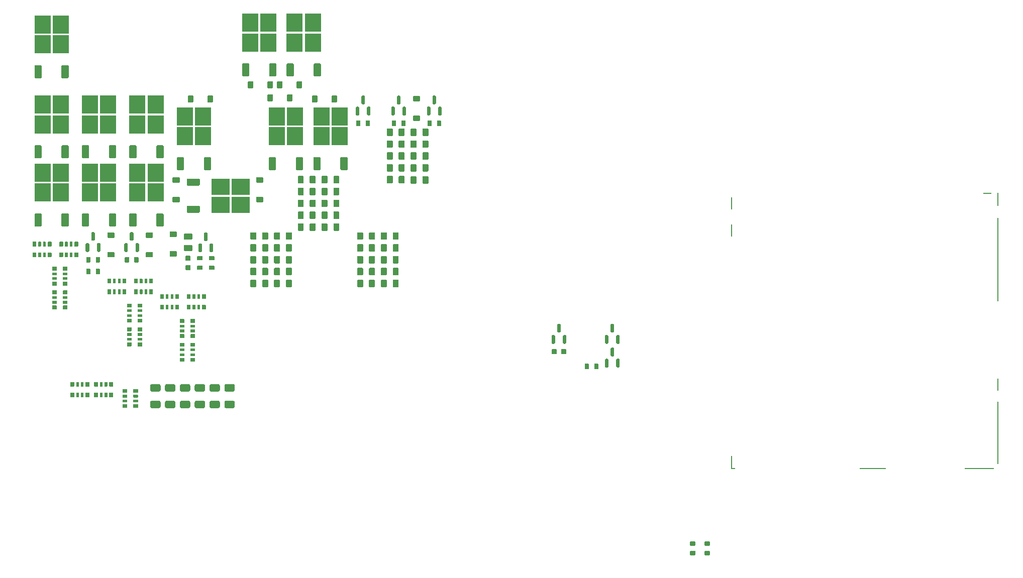
<source format=gbp>
G04 #@! TF.GenerationSoftware,KiCad,Pcbnew,7.0.7-7.0.7~ubuntu22.04.1*
G04 #@! TF.CreationDate,2023-09-08T01:11:47+00:00*
G04 #@! TF.ProjectId,alphax_8ch,616c7068-6178-45f3-9863-682e6b696361,b*
G04 #@! TF.SameCoordinates,PX143caa0PY5f592e0*
G04 #@! TF.FileFunction,Paste,Bot*
G04 #@! TF.FilePolarity,Positive*
%FSLAX46Y46*%
G04 Gerber Fmt 4.6, Leading zero omitted, Abs format (unit mm)*
G04 Created by KiCad (PCBNEW 7.0.7-7.0.7~ubuntu22.04.1) date 2023-09-08 01:11:47*
%MOMM*%
%LPD*%
G01*
G04 APERTURE LIST*
%ADD10R,0.200000X10.600000*%
%ADD11R,0.200000X2.100000*%
%ADD12R,0.200000X14.025000*%
%ADD13R,0.200000X2.300000*%
%ADD14R,1.400000X0.200000*%
%ADD15R,5.000000X0.200000*%
%ADD16R,4.500000X0.200000*%
%ADD17R,0.675000X0.200000*%
%ADD18R,0.200000X2.200000*%
%ADD19R,0.200000X2.025000*%
%ADD20R,0.200000X2.000000*%
%ADD21R,2.750000X3.050000*%
%ADD22R,3.050000X2.750000*%
G04 APERTURE END LIST*
D10*
G04 #@! TO.C,M11*
X163500010Y24255000D03*
D11*
X163500010Y32404990D03*
D12*
X163500010Y53467490D03*
D13*
X163500010Y63629990D03*
D14*
X161700000Y64680000D03*
D15*
X160300010Y18254990D03*
D16*
X142425000Y18254990D03*
D17*
X118837510Y18254990D03*
D18*
X118600010Y19254990D03*
D19*
X118600010Y58367490D03*
D20*
X118600000Y62979990D03*
G04 #@! TD*
G04 #@! TO.C,C25*
G36*
G01*
X64500000Y68455000D02*
X64500000Y69505000D01*
G75*
G02*
X64600000Y69605000I100000J0D01*
G01*
X65400000Y69605000D01*
G75*
G02*
X65500000Y69505000I0J-100000D01*
G01*
X65500000Y68455000D01*
G75*
G02*
X65400000Y68355000I-100000J0D01*
G01*
X64600000Y68355000D01*
G75*
G02*
X64500000Y68455000I0J100000D01*
G01*
G37*
G36*
G01*
X66500000Y68455000D02*
X66500000Y69505000D01*
G75*
G02*
X66600000Y69605000I100000J0D01*
G01*
X67400000Y69605000D01*
G75*
G02*
X67500000Y69505000I0J-100000D01*
G01*
X67500000Y68455000D01*
G75*
G02*
X67400000Y68355000I-100000J0D01*
G01*
X66600000Y68355000D01*
G75*
G02*
X66500000Y68455000I0J100000D01*
G01*
G37*
G04 #@! TD*
G04 #@! TO.C,C6*
G36*
G01*
X49500000Y60455000D02*
X49500000Y61505000D01*
G75*
G02*
X49600000Y61605000I100000J0D01*
G01*
X50400000Y61605000D01*
G75*
G02*
X50500000Y61505000I0J-100000D01*
G01*
X50500000Y60455000D01*
G75*
G02*
X50400000Y60355000I-100000J0D01*
G01*
X49600000Y60355000D01*
G75*
G02*
X49500000Y60455000I0J100000D01*
G01*
G37*
G36*
G01*
X51500000Y60455000D02*
X51500000Y61505000D01*
G75*
G02*
X51600000Y61605000I100000J0D01*
G01*
X52400000Y61605000D01*
G75*
G02*
X52500000Y61505000I0J-100000D01*
G01*
X52500000Y60455000D01*
G75*
G02*
X52400000Y60355000I-100000J0D01*
G01*
X51600000Y60355000D01*
G75*
G02*
X51500000Y60455000I0J100000D01*
G01*
G37*
G04 #@! TD*
G04 #@! TO.C,F10*
G36*
G01*
X33375000Y32505000D02*
X34625000Y32505000D01*
G75*
G02*
X34875000Y32255000I0J-250000D01*
G01*
X34875000Y31505000D01*
G75*
G02*
X34625000Y31255000I-250000J0D01*
G01*
X33375000Y31255000D01*
G75*
G02*
X33125000Y31505000I0J250000D01*
G01*
X33125000Y32255000D01*
G75*
G02*
X33375000Y32505000I250000J0D01*
G01*
G37*
G36*
G01*
X33375000Y29705000D02*
X34625000Y29705000D01*
G75*
G02*
X34875000Y29455000I0J-250000D01*
G01*
X34875000Y28705000D01*
G75*
G02*
X34625000Y28455000I-250000J0D01*
G01*
X33375000Y28455000D01*
G75*
G02*
X33125000Y28705000I0J250000D01*
G01*
X33125000Y29455000D01*
G75*
G02*
X33375000Y29705000I250000J0D01*
G01*
G37*
G04 #@! TD*
G04 #@! TO.C,R1004*
G36*
G01*
X17435000Y38879999D02*
X16765000Y38879999D01*
G75*
G02*
X16700000Y38944999I0J65000D01*
G01*
X16700000Y39464999D01*
G75*
G02*
X16765000Y39529999I65000J0D01*
G01*
X17435000Y39529999D01*
G75*
G02*
X17500000Y39464999I0J-65000D01*
G01*
X17500000Y38944999D01*
G75*
G02*
X17435000Y38879999I-65000J0D01*
G01*
G37*
G36*
G01*
X17455000Y39854999D02*
X16745000Y39854999D01*
G75*
G02*
X16700000Y39899999I0J45000D01*
G01*
X16700000Y40259999D01*
G75*
G02*
X16745000Y40304999I45000J0D01*
G01*
X17455000Y40304999D01*
G75*
G02*
X17500000Y40259999I0J-45000D01*
G01*
X17500000Y39899999D01*
G75*
G02*
X17455000Y39854999I-45000J0D01*
G01*
G37*
G36*
G01*
X17455000Y40654999D02*
X16745000Y40654999D01*
G75*
G02*
X16700000Y40699999I0J45000D01*
G01*
X16700000Y41059999D01*
G75*
G02*
X16745000Y41104999I45000J0D01*
G01*
X17455000Y41104999D01*
G75*
G02*
X17500000Y41059999I0J-45000D01*
G01*
X17500000Y40699999D01*
G75*
G02*
X17455000Y40654999I-45000J0D01*
G01*
G37*
G36*
G01*
X17435000Y41429999D02*
X16765000Y41429999D01*
G75*
G02*
X16700000Y41494999I0J65000D01*
G01*
X16700000Y42014999D01*
G75*
G02*
X16765000Y42079999I65000J0D01*
G01*
X17435000Y42079999D01*
G75*
G02*
X17500000Y42014999I0J-65000D01*
G01*
X17500000Y41494999D01*
G75*
G02*
X17435000Y41429999I-65000J0D01*
G01*
G37*
G36*
G01*
X19235000Y41429999D02*
X18565000Y41429999D01*
G75*
G02*
X18500000Y41494999I0J65000D01*
G01*
X18500000Y42014999D01*
G75*
G02*
X18565000Y42079999I65000J0D01*
G01*
X19235000Y42079999D01*
G75*
G02*
X19300000Y42014999I0J-65000D01*
G01*
X19300000Y41494999D01*
G75*
G02*
X19235000Y41429999I-65000J0D01*
G01*
G37*
G36*
G01*
X19255000Y40654999D02*
X18545000Y40654999D01*
G75*
G02*
X18500000Y40699999I0J45000D01*
G01*
X18500000Y41059999D01*
G75*
G02*
X18545000Y41104999I45000J0D01*
G01*
X19255000Y41104999D01*
G75*
G02*
X19300000Y41059999I0J-45000D01*
G01*
X19300000Y40699999D01*
G75*
G02*
X19255000Y40654999I-45000J0D01*
G01*
G37*
G36*
G01*
X19255000Y39854999D02*
X18545000Y39854999D01*
G75*
G02*
X18500000Y39899999I0J45000D01*
G01*
X18500000Y40259999D01*
G75*
G02*
X18545000Y40304999I45000J0D01*
G01*
X19255000Y40304999D01*
G75*
G02*
X19300000Y40259999I0J-45000D01*
G01*
X19300000Y39899999D01*
G75*
G02*
X19255000Y39854999I-45000J0D01*
G01*
G37*
G36*
G01*
X19235000Y38879999D02*
X18565000Y38879999D01*
G75*
G02*
X18500000Y38944999I0J65000D01*
G01*
X18500000Y39464999D01*
G75*
G02*
X18565000Y39529999I65000J0D01*
G01*
X19235000Y39529999D01*
G75*
G02*
X19300000Y39464999I0J-65000D01*
G01*
X19300000Y38944999D01*
G75*
G02*
X19235000Y38879999I-65000J0D01*
G01*
G37*
G04 #@! TD*
G04 #@! TO.C,C40*
G36*
G01*
X59500000Y54955000D02*
X59500000Y56005000D01*
G75*
G02*
X59600000Y56105000I100000J0D01*
G01*
X60400000Y56105000D01*
G75*
G02*
X60500000Y56005000I0J-100000D01*
G01*
X60500000Y54955000D01*
G75*
G02*
X60400000Y54855000I-100000J0D01*
G01*
X59600000Y54855000D01*
G75*
G02*
X59500000Y54955000I0J100000D01*
G01*
G37*
G36*
G01*
X61500000Y54955000D02*
X61500000Y56005000D01*
G75*
G02*
X61600000Y56105000I100000J0D01*
G01*
X62400000Y56105000D01*
G75*
G02*
X62500000Y56005000I0J-100000D01*
G01*
X62500000Y54955000D01*
G75*
G02*
X62400000Y54855000I-100000J0D01*
G01*
X61600000Y54855000D01*
G75*
G02*
X61500000Y54955000I0J100000D01*
G01*
G37*
G04 #@! TD*
D21*
G04 #@! TO.C,Q37*
X41975000Y74305000D03*
X45025000Y74305000D03*
X41975000Y77655000D03*
X45025000Y77655000D03*
G36*
G01*
X46260000Y68580000D02*
X45300000Y68580000D01*
G75*
G02*
X45180000Y68700000I0J120000D01*
G01*
X45180000Y70660000D01*
G75*
G02*
X45300000Y70780000I120000J0D01*
G01*
X46260000Y70780000D01*
G75*
G02*
X46380000Y70660000I0J-120000D01*
G01*
X46380000Y68700000D01*
G75*
G02*
X46260000Y68580000I-120000J0D01*
G01*
G37*
G36*
G01*
X41700000Y68580000D02*
X40740000Y68580000D01*
G75*
G02*
X40620000Y68700000I0J120000D01*
G01*
X40620000Y70660000D01*
G75*
G02*
X40740000Y70780000I120000J0D01*
G01*
X41700000Y70780000D01*
G75*
G02*
X41820000Y70660000I0J-120000D01*
G01*
X41820000Y68700000D01*
G75*
G02*
X41700000Y68580000I-120000J0D01*
G01*
G37*
G04 #@! TD*
G04 #@! TO.C,F14*
G36*
G01*
X28375000Y32505000D02*
X29625000Y32505000D01*
G75*
G02*
X29875000Y32255000I0J-250000D01*
G01*
X29875000Y31505000D01*
G75*
G02*
X29625000Y31255000I-250000J0D01*
G01*
X28375000Y31255000D01*
G75*
G02*
X28125000Y31505000I0J250000D01*
G01*
X28125000Y32255000D01*
G75*
G02*
X28375000Y32505000I250000J0D01*
G01*
G37*
G36*
G01*
X28375000Y29705000D02*
X29625000Y29705000D01*
G75*
G02*
X29875000Y29455000I0J-250000D01*
G01*
X29875000Y28705000D01*
G75*
G02*
X29625000Y28455000I-250000J0D01*
G01*
X28375000Y28455000D01*
G75*
G02*
X28125000Y28705000I0J250000D01*
G01*
X28125000Y29455000D01*
G75*
G02*
X28375000Y29705000I250000J0D01*
G01*
G37*
G04 #@! TD*
G04 #@! TO.C,R21*
G36*
G01*
X112440954Y3666682D02*
X111660954Y3666682D01*
G75*
G02*
X111590954Y3736682I0J70000D01*
G01*
X111590954Y4296682D01*
G75*
G02*
X111660954Y4366682I70000J0D01*
G01*
X112440954Y4366682D01*
G75*
G02*
X112510954Y4296682I0J-70000D01*
G01*
X112510954Y3736682D01*
G75*
G02*
X112440954Y3666682I-70000J0D01*
G01*
G37*
G36*
G01*
X112440954Y5266682D02*
X111660954Y5266682D01*
G75*
G02*
X111590954Y5336682I0J70000D01*
G01*
X111590954Y5896682D01*
G75*
G02*
X111660954Y5966682I70000J0D01*
G01*
X112440954Y5966682D01*
G75*
G02*
X112510954Y5896682I0J-70000D01*
G01*
X112510954Y5336682D01*
G75*
G02*
X112440954Y5266682I-70000J0D01*
G01*
G37*
G04 #@! TD*
G04 #@! TO.C,Q30*
X26475000Y74305000D03*
X29525000Y74305000D03*
X26475000Y77655000D03*
X29525000Y77655000D03*
G36*
G01*
X30760000Y68580000D02*
X29800000Y68580000D01*
G75*
G02*
X29680000Y68700000I0J120000D01*
G01*
X29680000Y70660000D01*
G75*
G02*
X29800000Y70780000I120000J0D01*
G01*
X30760000Y70780000D01*
G75*
G02*
X30880000Y70660000I0J-120000D01*
G01*
X30880000Y68700000D01*
G75*
G02*
X30760000Y68580000I-120000J0D01*
G01*
G37*
G36*
G01*
X26200000Y68580000D02*
X25240000Y68580000D01*
G75*
G02*
X25120000Y68700000I0J120000D01*
G01*
X25120000Y70660000D01*
G75*
G02*
X25240000Y70780000I120000J0D01*
G01*
X26200000Y70780000D01*
G75*
G02*
X26320000Y70660000I0J-120000D01*
G01*
X26320000Y68700000D01*
G75*
G02*
X26200000Y68580000I-120000J0D01*
G01*
G37*
G04 #@! TD*
G04 #@! TO.C,D79*
G36*
G01*
X90600000Y39305000D02*
X90300000Y39305000D01*
G75*
G02*
X90150000Y39455000I0J150000D01*
G01*
X90150000Y40630000D01*
G75*
G02*
X90300000Y40780000I150000J0D01*
G01*
X90600000Y40780000D01*
G75*
G02*
X90750000Y40630000I0J-150000D01*
G01*
X90750000Y39455000D01*
G75*
G02*
X90600000Y39305000I-150000J0D01*
G01*
G37*
G36*
G01*
X88700000Y39305000D02*
X88400000Y39305000D01*
G75*
G02*
X88250000Y39455000I0J150000D01*
G01*
X88250000Y40630000D01*
G75*
G02*
X88400000Y40780000I150000J0D01*
G01*
X88700000Y40780000D01*
G75*
G02*
X88850000Y40630000I0J-150000D01*
G01*
X88850000Y39455000D01*
G75*
G02*
X88700000Y39305000I-150000J0D01*
G01*
G37*
G36*
G01*
X89650000Y41180000D02*
X89350000Y41180000D01*
G75*
G02*
X89200000Y41330000I0J150000D01*
G01*
X89200000Y42505000D01*
G75*
G02*
X89350000Y42655000I150000J0D01*
G01*
X89650000Y42655000D01*
G75*
G02*
X89800000Y42505000I0J-150000D01*
G01*
X89800000Y41330000D01*
G75*
G02*
X89650000Y41180000I-150000J0D01*
G01*
G37*
G04 #@! TD*
G04 #@! TO.C,D87*
G36*
G01*
X25010000Y54030001D02*
X23990000Y54030001D01*
G75*
G02*
X23900000Y54120001I0J90000D01*
G01*
X23900000Y54840001D01*
G75*
G02*
X23990000Y54930001I90000J0D01*
G01*
X25010000Y54930001D01*
G75*
G02*
X25100000Y54840001I0J-90000D01*
G01*
X25100000Y54120001D01*
G75*
G02*
X25010000Y54030001I-90000J0D01*
G01*
G37*
G36*
G01*
X25010000Y57330001D02*
X23990000Y57330001D01*
G75*
G02*
X23900000Y57420001I0J90000D01*
G01*
X23900000Y58140001D01*
G75*
G02*
X23990000Y58230001I90000J0D01*
G01*
X25010000Y58230001D01*
G75*
G02*
X25100000Y58140001I0J-90000D01*
G01*
X25100000Y57420001D01*
G75*
G02*
X25010000Y57330001I-90000J0D01*
G01*
G37*
G04 #@! TD*
G04 #@! TO.C,D84*
G36*
G01*
X64990000Y81080000D02*
X66010000Y81080000D01*
G75*
G02*
X66100000Y80990000I0J-90000D01*
G01*
X66100000Y80270000D01*
G75*
G02*
X66010000Y80180000I-90000J0D01*
G01*
X64990000Y80180000D01*
G75*
G02*
X64900000Y80270000I0J90000D01*
G01*
X64900000Y80990000D01*
G75*
G02*
X64990000Y81080000I90000J0D01*
G01*
G37*
G36*
G01*
X64990000Y77780000D02*
X66010000Y77780000D01*
G75*
G02*
X66100000Y77690000I0J-90000D01*
G01*
X66100000Y76970000D01*
G75*
G02*
X66010000Y76880000I-90000J0D01*
G01*
X64990000Y76880000D01*
G75*
G02*
X64900000Y76970000I0J90000D01*
G01*
X64900000Y77690000D01*
G75*
G02*
X64990000Y77780000I90000J0D01*
G01*
G37*
G04 #@! TD*
G04 #@! TO.C,Q8*
G36*
G01*
X69600000Y77805000D02*
X69300000Y77805000D01*
G75*
G02*
X69150000Y77955000I0J150000D01*
G01*
X69150000Y79130000D01*
G75*
G02*
X69300000Y79280000I150000J0D01*
G01*
X69600000Y79280000D01*
G75*
G02*
X69750000Y79130000I0J-150000D01*
G01*
X69750000Y77955000D01*
G75*
G02*
X69600000Y77805000I-150000J0D01*
G01*
G37*
G36*
G01*
X68650000Y79680000D02*
X68350000Y79680000D01*
G75*
G02*
X68200000Y79830000I0J150000D01*
G01*
X68200000Y81005000D01*
G75*
G02*
X68350000Y81155000I150000J0D01*
G01*
X68650000Y81155000D01*
G75*
G02*
X68800000Y81005000I0J-150000D01*
G01*
X68800000Y79830000D01*
G75*
G02*
X68650000Y79680000I-150000J0D01*
G01*
G37*
G36*
G01*
X67700000Y77805000D02*
X67400000Y77805000D01*
G75*
G02*
X67250000Y77955000I0J150000D01*
G01*
X67250000Y79130000D01*
G75*
G02*
X67400000Y79280000I150000J0D01*
G01*
X67700000Y79280000D01*
G75*
G02*
X67850000Y79130000I0J-150000D01*
G01*
X67850000Y77955000D01*
G75*
G02*
X67700000Y77805000I-150000J0D01*
G01*
G37*
G04 #@! TD*
G04 #@! TO.C,F16*
G36*
G01*
X20875000Y32505000D02*
X22125000Y32505000D01*
G75*
G02*
X22375000Y32255000I0J-250000D01*
G01*
X22375000Y31505000D01*
G75*
G02*
X22125000Y31255000I-250000J0D01*
G01*
X20875000Y31255000D01*
G75*
G02*
X20625000Y31505000I0J250000D01*
G01*
X20625000Y32255000D01*
G75*
G02*
X20875000Y32505000I250000J0D01*
G01*
G37*
G36*
G01*
X20875000Y29705000D02*
X22125000Y29705000D01*
G75*
G02*
X22375000Y29455000I0J-250000D01*
G01*
X22375000Y28705000D01*
G75*
G02*
X22125000Y28455000I-250000J0D01*
G01*
X20875000Y28455000D01*
G75*
G02*
X20625000Y28705000I0J250000D01*
G01*
X20625000Y29455000D01*
G75*
G02*
X20875000Y29705000I250000J0D01*
G01*
G37*
G04 #@! TD*
G04 #@! TO.C,D90*
G36*
G01*
X21010000Y53880000D02*
X19990000Y53880000D01*
G75*
G02*
X19900000Y53970000I0J90000D01*
G01*
X19900000Y54690000D01*
G75*
G02*
X19990000Y54780000I90000J0D01*
G01*
X21010000Y54780000D01*
G75*
G02*
X21100000Y54690000I0J-90000D01*
G01*
X21100000Y53970000D01*
G75*
G02*
X21010000Y53880000I-90000J0D01*
G01*
G37*
G36*
G01*
X21010000Y57180000D02*
X19990000Y57180000D01*
G75*
G02*
X19900000Y57270000I0J90000D01*
G01*
X19900000Y57990000D01*
G75*
G02*
X19990000Y58080000I90000J0D01*
G01*
X21010000Y58080000D01*
G75*
G02*
X21100000Y57990000I0J-90000D01*
G01*
X21100000Y57270000D01*
G75*
G02*
X21010000Y57180000I-90000J0D01*
G01*
G37*
G04 #@! TD*
G04 #@! TO.C,D101*
G36*
G01*
X47900000Y80070000D02*
X47900000Y81090000D01*
G75*
G02*
X47990000Y81180000I90000J0D01*
G01*
X48710000Y81180000D01*
G75*
G02*
X48800000Y81090000I0J-90000D01*
G01*
X48800000Y80070000D01*
G75*
G02*
X48710000Y79980000I-90000J0D01*
G01*
X47990000Y79980000D01*
G75*
G02*
X47900000Y80070000I0J90000D01*
G01*
G37*
G36*
G01*
X51200000Y80070000D02*
X51200000Y81090000D01*
G75*
G02*
X51290000Y81180000I90000J0D01*
G01*
X52010000Y81180000D01*
G75*
G02*
X52100000Y81090000I0J-90000D01*
G01*
X52100000Y80070000D01*
G75*
G02*
X52010000Y79980000I-90000J0D01*
G01*
X51290000Y79980000D01*
G75*
G02*
X51200000Y80070000I0J90000D01*
G01*
G37*
G04 #@! TD*
G04 #@! TO.C,C53*
G36*
G01*
X41500000Y54955000D02*
X41500000Y56005000D01*
G75*
G02*
X41600000Y56105000I100000J0D01*
G01*
X42400000Y56105000D01*
G75*
G02*
X42500000Y56005000I0J-100000D01*
G01*
X42500000Y54955000D01*
G75*
G02*
X42400000Y54855000I-100000J0D01*
G01*
X41600000Y54855000D01*
G75*
G02*
X41500000Y54955000I0J100000D01*
G01*
G37*
G36*
G01*
X43500000Y54955000D02*
X43500000Y56005000D01*
G75*
G02*
X43600000Y56105000I100000J0D01*
G01*
X44400000Y56105000D01*
G75*
G02*
X44500000Y56005000I0J-100000D01*
G01*
X44500000Y54955000D01*
G75*
G02*
X44400000Y54855000I-100000J0D01*
G01*
X43600000Y54855000D01*
G75*
G02*
X43500000Y54955000I0J100000D01*
G01*
G37*
G04 #@! TD*
G04 #@! TO.C,F8*
G36*
G01*
X30875000Y32505000D02*
X32125000Y32505000D01*
G75*
G02*
X32375000Y32255000I0J-250000D01*
G01*
X32375000Y31505000D01*
G75*
G02*
X32125000Y31255000I-250000J0D01*
G01*
X30875000Y31255000D01*
G75*
G02*
X30625000Y31505000I0J250000D01*
G01*
X30625000Y32255000D01*
G75*
G02*
X30875000Y32505000I250000J0D01*
G01*
G37*
G36*
G01*
X30875000Y29705000D02*
X32125000Y29705000D01*
G75*
G02*
X32375000Y29455000I0J-250000D01*
G01*
X32375000Y28705000D01*
G75*
G02*
X32125000Y28455000I-250000J0D01*
G01*
X30875000Y28455000D01*
G75*
G02*
X30625000Y28705000I0J250000D01*
G01*
X30625000Y29455000D01*
G75*
G02*
X30875000Y29705000I250000J0D01*
G01*
G37*
G04 #@! TD*
G04 #@! TO.C,F13*
G36*
G01*
X25875000Y32505000D02*
X27125000Y32505000D01*
G75*
G02*
X27375000Y32255000I0J-250000D01*
G01*
X27375000Y31505000D01*
G75*
G02*
X27125000Y31255000I-250000J0D01*
G01*
X25875000Y31255000D01*
G75*
G02*
X25625000Y31505000I0J250000D01*
G01*
X25625000Y32255000D01*
G75*
G02*
X25875000Y32505000I250000J0D01*
G01*
G37*
G36*
G01*
X25875000Y29705000D02*
X27125000Y29705000D01*
G75*
G02*
X27375000Y29455000I0J-250000D01*
G01*
X27375000Y28705000D01*
G75*
G02*
X27125000Y28455000I-250000J0D01*
G01*
X25875000Y28455000D01*
G75*
G02*
X25625000Y28705000I0J250000D01*
G01*
X25625000Y29455000D01*
G75*
G02*
X25875000Y29705000I250000J0D01*
G01*
G37*
G04 #@! TD*
G04 #@! TO.C,C10*
G36*
G01*
X48500000Y61505000D02*
X48500000Y60455000D01*
G75*
G02*
X48400000Y60355000I-100000J0D01*
G01*
X47600000Y60355000D01*
G75*
G02*
X47500000Y60455000I0J100000D01*
G01*
X47500000Y61505000D01*
G75*
G02*
X47600000Y61605000I100000J0D01*
G01*
X48400000Y61605000D01*
G75*
G02*
X48500000Y61505000I0J-100000D01*
G01*
G37*
G36*
G01*
X46500000Y61505000D02*
X46500000Y60455000D01*
G75*
G02*
X46400000Y60355000I-100000J0D01*
G01*
X45600000Y60355000D01*
G75*
G02*
X45500000Y60455000I0J100000D01*
G01*
X45500000Y61505000D01*
G75*
G02*
X45600000Y61605000I100000J0D01*
G01*
X46400000Y61605000D01*
G75*
G02*
X46500000Y61505000I0J-100000D01*
G01*
G37*
G04 #@! TD*
G04 #@! TO.C,Q41*
X18475000Y76305000D03*
X21525000Y76305000D03*
X18475000Y79655000D03*
X21525000Y79655000D03*
G36*
G01*
X22760000Y70580000D02*
X21800000Y70580000D01*
G75*
G02*
X21680000Y70700000I0J120000D01*
G01*
X21680000Y72660000D01*
G75*
G02*
X21800000Y72780000I120000J0D01*
G01*
X22760000Y72780000D01*
G75*
G02*
X22880000Y72660000I0J-120000D01*
G01*
X22880000Y70700000D01*
G75*
G02*
X22760000Y70580000I-120000J0D01*
G01*
G37*
G36*
G01*
X18200000Y70580000D02*
X17240000Y70580000D01*
G75*
G02*
X17120000Y70700000I0J120000D01*
G01*
X17120000Y72660000D01*
G75*
G02*
X17240000Y72780000I120000J0D01*
G01*
X18200000Y72780000D01*
G75*
G02*
X18320000Y72660000I0J-120000D01*
G01*
X18320000Y70700000D01*
G75*
G02*
X18200000Y70580000I-120000J0D01*
G01*
G37*
G04 #@! TD*
G04 #@! TO.C,C9*
G36*
G01*
X49500000Y66455000D02*
X49500000Y67505000D01*
G75*
G02*
X49600000Y67605000I100000J0D01*
G01*
X50400000Y67605000D01*
G75*
G02*
X50500000Y67505000I0J-100000D01*
G01*
X50500000Y66455000D01*
G75*
G02*
X50400000Y66355000I-100000J0D01*
G01*
X49600000Y66355000D01*
G75*
G02*
X49500000Y66455000I0J100000D01*
G01*
G37*
G36*
G01*
X51500000Y66455000D02*
X51500000Y67505000D01*
G75*
G02*
X51600000Y67605000I100000J0D01*
G01*
X52400000Y67605000D01*
G75*
G02*
X52500000Y67505000I0J-100000D01*
G01*
X52500000Y66455000D01*
G75*
G02*
X52400000Y66355000I-100000J0D01*
G01*
X51600000Y66355000D01*
G75*
G02*
X51500000Y66455000I0J100000D01*
G01*
G37*
G04 #@! TD*
G04 #@! TO.C,R19*
G36*
G01*
X96150000Y35870000D02*
X96150000Y35090000D01*
G75*
G02*
X96080000Y35020000I-70000J0D01*
G01*
X95520000Y35020000D01*
G75*
G02*
X95450000Y35090000I0J70000D01*
G01*
X95450000Y35870000D01*
G75*
G02*
X95520000Y35940000I70000J0D01*
G01*
X96080000Y35940000D01*
G75*
G02*
X96150000Y35870000I0J-70000D01*
G01*
G37*
G36*
G01*
X94550000Y35870000D02*
X94550000Y35090000D01*
G75*
G02*
X94480000Y35020000I-70000J0D01*
G01*
X93920000Y35020000D01*
G75*
G02*
X93850000Y35090000I0J70000D01*
G01*
X93850000Y35870000D01*
G75*
G02*
X93920000Y35940000I70000J0D01*
G01*
X94480000Y35940000D01*
G75*
G02*
X94550000Y35870000I0J-70000D01*
G01*
G37*
G04 #@! TD*
G04 #@! TO.C,R61*
G36*
G01*
X29390000Y51780001D02*
X28610000Y51780001D01*
G75*
G02*
X28540000Y51850001I0J70000D01*
G01*
X28540000Y52410001D01*
G75*
G02*
X28610000Y52480001I70000J0D01*
G01*
X29390000Y52480001D01*
G75*
G02*
X29460000Y52410001I0J-70000D01*
G01*
X29460000Y51850001D01*
G75*
G02*
X29390000Y51780001I-70000J0D01*
G01*
G37*
G36*
G01*
X29390000Y53380001D02*
X28610000Y53380001D01*
G75*
G02*
X28540000Y53450001I0J70000D01*
G01*
X28540000Y54010001D01*
G75*
G02*
X28610000Y54080001I70000J0D01*
G01*
X29390000Y54080001D01*
G75*
G02*
X29460000Y54010001I0J-70000D01*
G01*
X29460000Y53450001D01*
G75*
G02*
X29390000Y53380001I-70000J0D01*
G01*
G37*
G04 #@! TD*
G04 #@! TO.C,C13*
G36*
G01*
X48500000Y65505000D02*
X48500000Y64455000D01*
G75*
G02*
X48400000Y64355000I-100000J0D01*
G01*
X47600000Y64355000D01*
G75*
G02*
X47500000Y64455000I0J100000D01*
G01*
X47500000Y65505000D01*
G75*
G02*
X47600000Y65605000I100000J0D01*
G01*
X48400000Y65605000D01*
G75*
G02*
X48500000Y65505000I0J-100000D01*
G01*
G37*
G36*
G01*
X46500000Y65505000D02*
X46500000Y64455000D01*
G75*
G02*
X46400000Y64355000I-100000J0D01*
G01*
X45600000Y64355000D01*
G75*
G02*
X45500000Y64455000I0J100000D01*
G01*
X45500000Y65505000D01*
G75*
G02*
X45600000Y65605000I100000J0D01*
G01*
X46400000Y65605000D01*
G75*
G02*
X46500000Y65505000I0J-100000D01*
G01*
G37*
G04 #@! TD*
G04 #@! TO.C,R62*
G36*
G01*
X31390000Y51780001D02*
X30610000Y51780001D01*
G75*
G02*
X30540000Y51850001I0J70000D01*
G01*
X30540000Y52410001D01*
G75*
G02*
X30610000Y52480001I70000J0D01*
G01*
X31390000Y52480001D01*
G75*
G02*
X31460000Y52410001I0J-70000D01*
G01*
X31460000Y51850001D01*
G75*
G02*
X31390000Y51780001I-70000J0D01*
G01*
G37*
G36*
G01*
X31390000Y53380001D02*
X30610000Y53380001D01*
G75*
G02*
X30540000Y53450001I0J70000D01*
G01*
X30540000Y54010001D01*
G75*
G02*
X30610000Y54080001I70000J0D01*
G01*
X31390000Y54080001D01*
G75*
G02*
X31460000Y54010001I0J-70000D01*
G01*
X31460000Y53450001D01*
G75*
G02*
X31390000Y53380001I-70000J0D01*
G01*
G37*
G04 #@! TD*
G04 #@! TO.C,C8*
G36*
G01*
X49500000Y64455000D02*
X49500000Y65505000D01*
G75*
G02*
X49600000Y65605000I100000J0D01*
G01*
X50400000Y65605000D01*
G75*
G02*
X50500000Y65505000I0J-100000D01*
G01*
X50500000Y64455000D01*
G75*
G02*
X50400000Y64355000I-100000J0D01*
G01*
X49600000Y64355000D01*
G75*
G02*
X49500000Y64455000I0J100000D01*
G01*
G37*
G36*
G01*
X51500000Y64455000D02*
X51500000Y65505000D01*
G75*
G02*
X51600000Y65605000I100000J0D01*
G01*
X52400000Y65605000D01*
G75*
G02*
X52500000Y65505000I0J-100000D01*
G01*
X52500000Y64455000D01*
G75*
G02*
X52400000Y64355000I-100000J0D01*
G01*
X51600000Y64355000D01*
G75*
G02*
X51500000Y64455000I0J100000D01*
G01*
G37*
G04 #@! TD*
G04 #@! TO.C,Q45*
X10475000Y76305000D03*
X13525000Y76305000D03*
X10475000Y79655000D03*
X13525000Y79655000D03*
G36*
G01*
X14760000Y70580000D02*
X13800000Y70580000D01*
G75*
G02*
X13680000Y70700000I0J120000D01*
G01*
X13680000Y72660000D01*
G75*
G02*
X13800000Y72780000I120000J0D01*
G01*
X14760000Y72780000D01*
G75*
G02*
X14880000Y72660000I0J-120000D01*
G01*
X14880000Y70700000D01*
G75*
G02*
X14760000Y70580000I-120000J0D01*
G01*
G37*
G36*
G01*
X10200000Y70580000D02*
X9240000Y70580000D01*
G75*
G02*
X9120000Y70700000I0J120000D01*
G01*
X9120000Y72660000D01*
G75*
G02*
X9240000Y72780000I120000J0D01*
G01*
X10200000Y72780000D01*
G75*
G02*
X10320000Y72660000I0J-120000D01*
G01*
X10320000Y70700000D01*
G75*
G02*
X10200000Y70580000I-120000J0D01*
G01*
G37*
G04 #@! TD*
G04 #@! TO.C,D98*
G36*
G01*
X39585000Y63180000D02*
X38565000Y63180000D01*
G75*
G02*
X38475000Y63270000I0J90000D01*
G01*
X38475000Y63990000D01*
G75*
G02*
X38565000Y64080000I90000J0D01*
G01*
X39585000Y64080000D01*
G75*
G02*
X39675000Y63990000I0J-90000D01*
G01*
X39675000Y63270000D01*
G75*
G02*
X39585000Y63180000I-90000J0D01*
G01*
G37*
G36*
G01*
X39585000Y66480000D02*
X38565000Y66480000D01*
G75*
G02*
X38475000Y66570000I0J90000D01*
G01*
X38475000Y67290000D01*
G75*
G02*
X38565000Y67380000I90000J0D01*
G01*
X39585000Y67380000D01*
G75*
G02*
X39675000Y67290000I0J-90000D01*
G01*
X39675000Y66570000D01*
G75*
G02*
X39585000Y66480000I-90000J0D01*
G01*
G37*
G04 #@! TD*
G04 #@! TO.C,R1001*
G36*
G01*
X5300000Y55770000D02*
X5300000Y56440000D01*
G75*
G02*
X5365000Y56505000I65000J0D01*
G01*
X5885000Y56505000D01*
G75*
G02*
X5950000Y56440000I0J-65000D01*
G01*
X5950000Y55770000D01*
G75*
G02*
X5885000Y55705000I-65000J0D01*
G01*
X5365000Y55705000D01*
G75*
G02*
X5300000Y55770000I0J65000D01*
G01*
G37*
G36*
G01*
X6275000Y55750000D02*
X6275000Y56460000D01*
G75*
G02*
X6320000Y56505000I45000J0D01*
G01*
X6680000Y56505000D01*
G75*
G02*
X6725000Y56460000I0J-45000D01*
G01*
X6725000Y55750000D01*
G75*
G02*
X6680000Y55705000I-45000J0D01*
G01*
X6320000Y55705000D01*
G75*
G02*
X6275000Y55750000I0J45000D01*
G01*
G37*
G36*
G01*
X7075000Y55750000D02*
X7075000Y56460000D01*
G75*
G02*
X7120000Y56505000I45000J0D01*
G01*
X7480000Y56505000D01*
G75*
G02*
X7525000Y56460000I0J-45000D01*
G01*
X7525000Y55750000D01*
G75*
G02*
X7480000Y55705000I-45000J0D01*
G01*
X7120000Y55705000D01*
G75*
G02*
X7075000Y55750000I0J45000D01*
G01*
G37*
G36*
G01*
X7850000Y55770000D02*
X7850000Y56440000D01*
G75*
G02*
X7915000Y56505000I65000J0D01*
G01*
X8435000Y56505000D01*
G75*
G02*
X8500000Y56440000I0J-65000D01*
G01*
X8500000Y55770000D01*
G75*
G02*
X8435000Y55705000I-65000J0D01*
G01*
X7915000Y55705000D01*
G75*
G02*
X7850000Y55770000I0J65000D01*
G01*
G37*
G36*
G01*
X7850000Y53970000D02*
X7850000Y54640000D01*
G75*
G02*
X7915000Y54705000I65000J0D01*
G01*
X8435000Y54705000D01*
G75*
G02*
X8500000Y54640000I0J-65000D01*
G01*
X8500000Y53970000D01*
G75*
G02*
X8435000Y53905000I-65000J0D01*
G01*
X7915000Y53905000D01*
G75*
G02*
X7850000Y53970000I0J65000D01*
G01*
G37*
G36*
G01*
X7075000Y53950000D02*
X7075000Y54660000D01*
G75*
G02*
X7120000Y54705000I45000J0D01*
G01*
X7480000Y54705000D01*
G75*
G02*
X7525000Y54660000I0J-45000D01*
G01*
X7525000Y53950000D01*
G75*
G02*
X7480000Y53905000I-45000J0D01*
G01*
X7120000Y53905000D01*
G75*
G02*
X7075000Y53950000I0J45000D01*
G01*
G37*
G36*
G01*
X6275000Y53950000D02*
X6275000Y54660000D01*
G75*
G02*
X6320000Y54705000I45000J0D01*
G01*
X6680000Y54705000D01*
G75*
G02*
X6725000Y54660000I0J-45000D01*
G01*
X6725000Y53950000D01*
G75*
G02*
X6680000Y53905000I-45000J0D01*
G01*
X6320000Y53905000D01*
G75*
G02*
X6275000Y53950000I0J45000D01*
G01*
G37*
G36*
G01*
X5300000Y53970000D02*
X5300000Y54640000D01*
G75*
G02*
X5365000Y54705000I65000J0D01*
G01*
X5885000Y54705000D01*
G75*
G02*
X5950000Y54640000I0J-65000D01*
G01*
X5950000Y53970000D01*
G75*
G02*
X5885000Y53905000I-65000J0D01*
G01*
X5365000Y53905000D01*
G75*
G02*
X5300000Y53970000I0J65000D01*
G01*
G37*
G04 #@! TD*
G04 #@! TO.C,Q49*
X2475000Y76305000D03*
X5525000Y76305000D03*
X2475000Y79655000D03*
X5525000Y79655000D03*
G36*
G01*
X6760000Y70580000D02*
X5800000Y70580000D01*
G75*
G02*
X5680000Y70700000I0J120000D01*
G01*
X5680000Y72660000D01*
G75*
G02*
X5800000Y72780000I120000J0D01*
G01*
X6760000Y72780000D01*
G75*
G02*
X6880000Y72660000I0J-120000D01*
G01*
X6880000Y70700000D01*
G75*
G02*
X6760000Y70580000I-120000J0D01*
G01*
G37*
G36*
G01*
X2200000Y70580000D02*
X1240000Y70580000D01*
G75*
G02*
X1120000Y70700000I0J120000D01*
G01*
X1120000Y72660000D01*
G75*
G02*
X1240000Y72780000I120000J0D01*
G01*
X2200000Y72780000D01*
G75*
G02*
X2320000Y72660000I0J-120000D01*
G01*
X2320000Y70700000D01*
G75*
G02*
X2200000Y70580000I-120000J0D01*
G01*
G37*
G04 #@! TD*
G04 #@! TO.C,R67*
G36*
G01*
X12150000Y53870000D02*
X12150000Y53090000D01*
G75*
G02*
X12080000Y53020000I-70000J0D01*
G01*
X11520000Y53020000D01*
G75*
G02*
X11450000Y53090000I0J70000D01*
G01*
X11450000Y53870000D01*
G75*
G02*
X11520000Y53940000I70000J0D01*
G01*
X12080000Y53940000D01*
G75*
G02*
X12150000Y53870000I0J-70000D01*
G01*
G37*
G36*
G01*
X10550000Y53870000D02*
X10550000Y53090000D01*
G75*
G02*
X10480000Y53020000I-70000J0D01*
G01*
X9920000Y53020000D01*
G75*
G02*
X9850000Y53090000I0J70000D01*
G01*
X9850000Y53870000D01*
G75*
G02*
X9920000Y53940000I70000J0D01*
G01*
X10480000Y53940000D01*
G75*
G02*
X10550000Y53870000I0J-70000D01*
G01*
G37*
G04 #@! TD*
G04 #@! TO.C,D92*
G36*
G01*
X14510000Y53880000D02*
X13490000Y53880000D01*
G75*
G02*
X13400000Y53970000I0J90000D01*
G01*
X13400000Y54690000D01*
G75*
G02*
X13490000Y54780000I90000J0D01*
G01*
X14510000Y54780000D01*
G75*
G02*
X14600000Y54690000I0J-90000D01*
G01*
X14600000Y53970000D01*
G75*
G02*
X14510000Y53880000I-90000J0D01*
G01*
G37*
G36*
G01*
X14510000Y57180000D02*
X13490000Y57180000D01*
G75*
G02*
X13400000Y57270000I0J90000D01*
G01*
X13400000Y57990000D01*
G75*
G02*
X13490000Y58080000I90000J0D01*
G01*
X14510000Y58080000D01*
G75*
G02*
X14600000Y57990000I0J-90000D01*
G01*
X14600000Y57270000D01*
G75*
G02*
X14510000Y57180000I-90000J0D01*
G01*
G37*
G04 #@! TD*
G04 #@! TO.C,Q43*
X10475000Y64805000D03*
X13525000Y64805000D03*
X10475000Y68155000D03*
X13525000Y68155000D03*
G36*
G01*
X14760000Y59080000D02*
X13800000Y59080000D01*
G75*
G02*
X13680000Y59200000I0J120000D01*
G01*
X13680000Y61160000D01*
G75*
G02*
X13800000Y61280000I120000J0D01*
G01*
X14760000Y61280000D01*
G75*
G02*
X14880000Y61160000I0J-120000D01*
G01*
X14880000Y59200000D01*
G75*
G02*
X14760000Y59080000I-120000J0D01*
G01*
G37*
G36*
G01*
X10200000Y59080000D02*
X9240000Y59080000D01*
G75*
G02*
X9120000Y59200000I0J120000D01*
G01*
X9120000Y61160000D01*
G75*
G02*
X9240000Y61280000I120000J0D01*
G01*
X10200000Y61280000D01*
G75*
G02*
X10320000Y61160000I0J-120000D01*
G01*
X10320000Y59200000D01*
G75*
G02*
X10200000Y59080000I-120000J0D01*
G01*
G37*
G04 #@! TD*
G04 #@! TO.C,C32*
G36*
G01*
X58500000Y54005000D02*
X58500000Y52955000D01*
G75*
G02*
X58400000Y52855000I-100000J0D01*
G01*
X57600000Y52855000D01*
G75*
G02*
X57500000Y52955000I0J100000D01*
G01*
X57500000Y54005000D01*
G75*
G02*
X57600000Y54105000I100000J0D01*
G01*
X58400000Y54105000D01*
G75*
G02*
X58500000Y54005000I0J-100000D01*
G01*
G37*
G36*
G01*
X56500000Y54005000D02*
X56500000Y52955000D01*
G75*
G02*
X56400000Y52855000I-100000J0D01*
G01*
X55600000Y52855000D01*
G75*
G02*
X55500000Y52955000I0J100000D01*
G01*
X55500000Y54005000D01*
G75*
G02*
X55600000Y54105000I100000J0D01*
G01*
X56400000Y54105000D01*
G75*
G02*
X56500000Y54005000I0J-100000D01*
G01*
G37*
G04 #@! TD*
G04 #@! TO.C,C50*
G36*
G01*
X40500000Y56005000D02*
X40500000Y54955000D01*
G75*
G02*
X40400000Y54855000I-100000J0D01*
G01*
X39600000Y54855000D01*
G75*
G02*
X39500000Y54955000I0J100000D01*
G01*
X39500000Y56005000D01*
G75*
G02*
X39600000Y56105000I100000J0D01*
G01*
X40400000Y56105000D01*
G75*
G02*
X40500000Y56005000I0J-100000D01*
G01*
G37*
G36*
G01*
X38500000Y56005000D02*
X38500000Y54955000D01*
G75*
G02*
X38400000Y54855000I-100000J0D01*
G01*
X37600000Y54855000D01*
G75*
G02*
X37500000Y54955000I0J100000D01*
G01*
X37500000Y56005000D01*
G75*
G02*
X37600000Y56105000I100000J0D01*
G01*
X38400000Y56105000D01*
G75*
G02*
X38500000Y56005000I0J-100000D01*
G01*
G37*
G04 #@! TD*
G04 #@! TO.C,R99*
G36*
G01*
X17900000Y49544999D02*
X17900000Y50214999D01*
G75*
G02*
X17965000Y50279999I65000J0D01*
G01*
X18485000Y50279999D01*
G75*
G02*
X18550000Y50214999I0J-65000D01*
G01*
X18550000Y49544999D01*
G75*
G02*
X18485000Y49479999I-65000J0D01*
G01*
X17965000Y49479999D01*
G75*
G02*
X17900000Y49544999I0J65000D01*
G01*
G37*
G36*
G01*
X18875000Y49524999D02*
X18875000Y50234999D01*
G75*
G02*
X18920000Y50279999I45000J0D01*
G01*
X19280000Y50279999D01*
G75*
G02*
X19325000Y50234999I0J-45000D01*
G01*
X19325000Y49524999D01*
G75*
G02*
X19280000Y49479999I-45000J0D01*
G01*
X18920000Y49479999D01*
G75*
G02*
X18875000Y49524999I0J45000D01*
G01*
G37*
G36*
G01*
X19675000Y49524999D02*
X19675000Y50234999D01*
G75*
G02*
X19720000Y50279999I45000J0D01*
G01*
X20080000Y50279999D01*
G75*
G02*
X20125000Y50234999I0J-45000D01*
G01*
X20125000Y49524999D01*
G75*
G02*
X20080000Y49479999I-45000J0D01*
G01*
X19720000Y49479999D01*
G75*
G02*
X19675000Y49524999I0J45000D01*
G01*
G37*
G36*
G01*
X20450000Y49544999D02*
X20450000Y50214999D01*
G75*
G02*
X20515000Y50279999I65000J0D01*
G01*
X21035000Y50279999D01*
G75*
G02*
X21100000Y50214999I0J-65000D01*
G01*
X21100000Y49544999D01*
G75*
G02*
X21035000Y49479999I-65000J0D01*
G01*
X20515000Y49479999D01*
G75*
G02*
X20450000Y49544999I0J65000D01*
G01*
G37*
G36*
G01*
X20450000Y47744999D02*
X20450000Y48414999D01*
G75*
G02*
X20515000Y48479999I65000J0D01*
G01*
X21035000Y48479999D01*
G75*
G02*
X21100000Y48414999I0J-65000D01*
G01*
X21100000Y47744999D01*
G75*
G02*
X21035000Y47679999I-65000J0D01*
G01*
X20515000Y47679999D01*
G75*
G02*
X20450000Y47744999I0J65000D01*
G01*
G37*
G36*
G01*
X19675000Y47724999D02*
X19675000Y48434999D01*
G75*
G02*
X19720000Y48479999I45000J0D01*
G01*
X20080000Y48479999D01*
G75*
G02*
X20125000Y48434999I0J-45000D01*
G01*
X20125000Y47724999D01*
G75*
G02*
X20080000Y47679999I-45000J0D01*
G01*
X19720000Y47679999D01*
G75*
G02*
X19675000Y47724999I0J45000D01*
G01*
G37*
G36*
G01*
X18875000Y47724999D02*
X18875000Y48434999D01*
G75*
G02*
X18920000Y48479999I45000J0D01*
G01*
X19280000Y48479999D01*
G75*
G02*
X19325000Y48434999I0J-45000D01*
G01*
X19325000Y47724999D01*
G75*
G02*
X19280000Y47679999I-45000J0D01*
G01*
X18920000Y47679999D01*
G75*
G02*
X18875000Y47724999I0J45000D01*
G01*
G37*
G36*
G01*
X17900000Y47744999D02*
X17900000Y48414999D01*
G75*
G02*
X17965000Y48479999I65000J0D01*
G01*
X18485000Y48479999D01*
G75*
G02*
X18550000Y48414999I0J-65000D01*
G01*
X18550000Y47744999D01*
G75*
G02*
X18485000Y47679999I-65000J0D01*
G01*
X17965000Y47679999D01*
G75*
G02*
X17900000Y47744999I0J65000D01*
G01*
G37*
G04 #@! TD*
G04 #@! TO.C,R1005*
G36*
G01*
X4835000Y45105000D02*
X4165000Y45105000D01*
G75*
G02*
X4100000Y45170000I0J65000D01*
G01*
X4100000Y45690000D01*
G75*
G02*
X4165000Y45755000I65000J0D01*
G01*
X4835000Y45755000D01*
G75*
G02*
X4900000Y45690000I0J-65000D01*
G01*
X4900000Y45170000D01*
G75*
G02*
X4835000Y45105000I-65000J0D01*
G01*
G37*
G36*
G01*
X4855000Y46080000D02*
X4145000Y46080000D01*
G75*
G02*
X4100000Y46125000I0J45000D01*
G01*
X4100000Y46485000D01*
G75*
G02*
X4145000Y46530000I45000J0D01*
G01*
X4855000Y46530000D01*
G75*
G02*
X4900000Y46485000I0J-45000D01*
G01*
X4900000Y46125000D01*
G75*
G02*
X4855000Y46080000I-45000J0D01*
G01*
G37*
G36*
G01*
X4855000Y46880000D02*
X4145000Y46880000D01*
G75*
G02*
X4100000Y46925000I0J45000D01*
G01*
X4100000Y47285000D01*
G75*
G02*
X4145000Y47330000I45000J0D01*
G01*
X4855000Y47330000D01*
G75*
G02*
X4900000Y47285000I0J-45000D01*
G01*
X4900000Y46925000D01*
G75*
G02*
X4855000Y46880000I-45000J0D01*
G01*
G37*
G36*
G01*
X4835000Y47655000D02*
X4165000Y47655000D01*
G75*
G02*
X4100000Y47720000I0J65000D01*
G01*
X4100000Y48240000D01*
G75*
G02*
X4165000Y48305000I65000J0D01*
G01*
X4835000Y48305000D01*
G75*
G02*
X4900000Y48240000I0J-65000D01*
G01*
X4900000Y47720000D01*
G75*
G02*
X4835000Y47655000I-65000J0D01*
G01*
G37*
G36*
G01*
X6635000Y47655000D02*
X5965000Y47655000D01*
G75*
G02*
X5900000Y47720000I0J65000D01*
G01*
X5900000Y48240000D01*
G75*
G02*
X5965000Y48305000I65000J0D01*
G01*
X6635000Y48305000D01*
G75*
G02*
X6700000Y48240000I0J-65000D01*
G01*
X6700000Y47720000D01*
G75*
G02*
X6635000Y47655000I-65000J0D01*
G01*
G37*
G36*
G01*
X6655000Y46880000D02*
X5945000Y46880000D01*
G75*
G02*
X5900000Y46925000I0J45000D01*
G01*
X5900000Y47285000D01*
G75*
G02*
X5945000Y47330000I45000J0D01*
G01*
X6655000Y47330000D01*
G75*
G02*
X6700000Y47285000I0J-45000D01*
G01*
X6700000Y46925000D01*
G75*
G02*
X6655000Y46880000I-45000J0D01*
G01*
G37*
G36*
G01*
X6655000Y46080000D02*
X5945000Y46080000D01*
G75*
G02*
X5900000Y46125000I0J45000D01*
G01*
X5900000Y46485000D01*
G75*
G02*
X5945000Y46530000I45000J0D01*
G01*
X6655000Y46530000D01*
G75*
G02*
X6700000Y46485000I0J-45000D01*
G01*
X6700000Y46125000D01*
G75*
G02*
X6655000Y46080000I-45000J0D01*
G01*
G37*
G36*
G01*
X6635000Y45105000D02*
X5965000Y45105000D01*
G75*
G02*
X5900000Y45170000I0J65000D01*
G01*
X5900000Y45690000D01*
G75*
G02*
X5965000Y45755000I65000J0D01*
G01*
X6635000Y45755000D01*
G75*
G02*
X6700000Y45690000I0J-65000D01*
G01*
X6700000Y45170000D01*
G75*
G02*
X6635000Y45105000I-65000J0D01*
G01*
G37*
G04 #@! TD*
G04 #@! TO.C,C19*
G36*
G01*
X63500000Y71505000D02*
X63500000Y70455000D01*
G75*
G02*
X63400000Y70355000I-100000J0D01*
G01*
X62600000Y70355000D01*
G75*
G02*
X62500000Y70455000I0J100000D01*
G01*
X62500000Y71505000D01*
G75*
G02*
X62600000Y71605000I100000J0D01*
G01*
X63400000Y71605000D01*
G75*
G02*
X63500000Y71505000I0J-100000D01*
G01*
G37*
G36*
G01*
X61500000Y71505000D02*
X61500000Y70455000D01*
G75*
G02*
X61400000Y70355000I-100000J0D01*
G01*
X60600000Y70355000D01*
G75*
G02*
X60500000Y70455000I0J100000D01*
G01*
X60500000Y71505000D01*
G75*
G02*
X60600000Y71605000I100000J0D01*
G01*
X61400000Y71605000D01*
G75*
G02*
X61500000Y71505000I0J-100000D01*
G01*
G37*
G04 #@! TD*
G04 #@! TO.C,C15*
G36*
G01*
X48500000Y67505000D02*
X48500000Y66455000D01*
G75*
G02*
X48400000Y66355000I-100000J0D01*
G01*
X47600000Y66355000D01*
G75*
G02*
X47500000Y66455000I0J100000D01*
G01*
X47500000Y67505000D01*
G75*
G02*
X47600000Y67605000I100000J0D01*
G01*
X48400000Y67605000D01*
G75*
G02*
X48500000Y67505000I0J-100000D01*
G01*
G37*
G36*
G01*
X46500000Y67505000D02*
X46500000Y66455000D01*
G75*
G02*
X46400000Y66355000I-100000J0D01*
G01*
X45600000Y66355000D01*
G75*
G02*
X45500000Y66455000I0J100000D01*
G01*
X45500000Y67505000D01*
G75*
G02*
X45600000Y67605000I100000J0D01*
G01*
X46400000Y67605000D01*
G75*
G02*
X46500000Y67505000I0J-100000D01*
G01*
G37*
G04 #@! TD*
G04 #@! TO.C,Q10*
G36*
G01*
X57600000Y77805000D02*
X57300000Y77805000D01*
G75*
G02*
X57150000Y77955000I0J150000D01*
G01*
X57150000Y79130000D01*
G75*
G02*
X57300000Y79280000I150000J0D01*
G01*
X57600000Y79280000D01*
G75*
G02*
X57750000Y79130000I0J-150000D01*
G01*
X57750000Y77955000D01*
G75*
G02*
X57600000Y77805000I-150000J0D01*
G01*
G37*
G36*
G01*
X56650000Y79680000D02*
X56350000Y79680000D01*
G75*
G02*
X56200000Y79830000I0J150000D01*
G01*
X56200000Y81005000D01*
G75*
G02*
X56350000Y81155000I150000J0D01*
G01*
X56650000Y81155000D01*
G75*
G02*
X56800000Y81005000I0J-150000D01*
G01*
X56800000Y79830000D01*
G75*
G02*
X56650000Y79680000I-150000J0D01*
G01*
G37*
G36*
G01*
X55700000Y77805000D02*
X55400000Y77805000D01*
G75*
G02*
X55250000Y77955000I0J150000D01*
G01*
X55250000Y79130000D01*
G75*
G02*
X55400000Y79280000I150000J0D01*
G01*
X55700000Y79280000D01*
G75*
G02*
X55850000Y79130000I0J-150000D01*
G01*
X55850000Y77955000D01*
G75*
G02*
X55700000Y77805000I-150000J0D01*
G01*
G37*
G04 #@! TD*
G04 #@! TO.C,Q9*
G36*
G01*
X63600000Y77805000D02*
X63300000Y77805000D01*
G75*
G02*
X63150000Y77955000I0J150000D01*
G01*
X63150000Y79130000D01*
G75*
G02*
X63300000Y79280000I150000J0D01*
G01*
X63600000Y79280000D01*
G75*
G02*
X63750000Y79130000I0J-150000D01*
G01*
X63750000Y77955000D01*
G75*
G02*
X63600000Y77805000I-150000J0D01*
G01*
G37*
G36*
G01*
X62650000Y79680000D02*
X62350000Y79680000D01*
G75*
G02*
X62200000Y79830000I0J150000D01*
G01*
X62200000Y81005000D01*
G75*
G02*
X62350000Y81155000I150000J0D01*
G01*
X62650000Y81155000D01*
G75*
G02*
X62800000Y81005000I0J-150000D01*
G01*
X62800000Y79830000D01*
G75*
G02*
X62650000Y79680000I-150000J0D01*
G01*
G37*
G36*
G01*
X61700000Y77805000D02*
X61400000Y77805000D01*
G75*
G02*
X61250000Y77955000I0J150000D01*
G01*
X61250000Y79130000D01*
G75*
G02*
X61400000Y79280000I150000J0D01*
G01*
X61700000Y79280000D01*
G75*
G02*
X61850000Y79130000I0J-150000D01*
G01*
X61850000Y77955000D01*
G75*
G02*
X61700000Y77805000I-150000J0D01*
G01*
G37*
G04 #@! TD*
G04 #@! TO.C,D78*
G36*
G01*
X99600000Y39305000D02*
X99300000Y39305000D01*
G75*
G02*
X99150000Y39455000I0J150000D01*
G01*
X99150000Y40630000D01*
G75*
G02*
X99300000Y40780000I150000J0D01*
G01*
X99600000Y40780000D01*
G75*
G02*
X99750000Y40630000I0J-150000D01*
G01*
X99750000Y39455000D01*
G75*
G02*
X99600000Y39305000I-150000J0D01*
G01*
G37*
G36*
G01*
X97700000Y39305000D02*
X97400000Y39305000D01*
G75*
G02*
X97250000Y39455000I0J150000D01*
G01*
X97250000Y40630000D01*
G75*
G02*
X97400000Y40780000I150000J0D01*
G01*
X97700000Y40780000D01*
G75*
G02*
X97850000Y40630000I0J-150000D01*
G01*
X97850000Y39455000D01*
G75*
G02*
X97700000Y39305000I-150000J0D01*
G01*
G37*
G36*
G01*
X98650000Y41180000D02*
X98350000Y41180000D01*
G75*
G02*
X98200000Y41330000I0J150000D01*
G01*
X98200000Y42505000D01*
G75*
G02*
X98350000Y42655000I150000J0D01*
G01*
X98650000Y42655000D01*
G75*
G02*
X98800000Y42505000I0J-150000D01*
G01*
X98800000Y41330000D01*
G75*
G02*
X98650000Y41180000I-150000J0D01*
G01*
G37*
G04 #@! TD*
G04 #@! TO.C,R97*
G36*
G01*
X25500000Y45815000D02*
X25500000Y45145000D01*
G75*
G02*
X25435000Y45080000I-65000J0D01*
G01*
X24915000Y45080000D01*
G75*
G02*
X24850000Y45145000I0J65000D01*
G01*
X24850000Y45815000D01*
G75*
G02*
X24915000Y45880000I65000J0D01*
G01*
X25435000Y45880000D01*
G75*
G02*
X25500000Y45815000I0J-65000D01*
G01*
G37*
G36*
G01*
X24525000Y45835000D02*
X24525000Y45125000D01*
G75*
G02*
X24480000Y45080000I-45000J0D01*
G01*
X24120000Y45080000D01*
G75*
G02*
X24075000Y45125000I0J45000D01*
G01*
X24075000Y45835000D01*
G75*
G02*
X24120000Y45880000I45000J0D01*
G01*
X24480000Y45880000D01*
G75*
G02*
X24525000Y45835000I0J-45000D01*
G01*
G37*
G36*
G01*
X23725000Y45835000D02*
X23725000Y45125000D01*
G75*
G02*
X23680000Y45080000I-45000J0D01*
G01*
X23320000Y45080000D01*
G75*
G02*
X23275000Y45125000I0J45000D01*
G01*
X23275000Y45835000D01*
G75*
G02*
X23320000Y45880000I45000J0D01*
G01*
X23680000Y45880000D01*
G75*
G02*
X23725000Y45835000I0J-45000D01*
G01*
G37*
G36*
G01*
X22950000Y45815000D02*
X22950000Y45145000D01*
G75*
G02*
X22885000Y45080000I-65000J0D01*
G01*
X22365000Y45080000D01*
G75*
G02*
X22300000Y45145000I0J65000D01*
G01*
X22300000Y45815000D01*
G75*
G02*
X22365000Y45880000I65000J0D01*
G01*
X22885000Y45880000D01*
G75*
G02*
X22950000Y45815000I0J-65000D01*
G01*
G37*
G36*
G01*
X22950000Y47615000D02*
X22950000Y46945000D01*
G75*
G02*
X22885000Y46880000I-65000J0D01*
G01*
X22365000Y46880000D01*
G75*
G02*
X22300000Y46945000I0J65000D01*
G01*
X22300000Y47615000D01*
G75*
G02*
X22365000Y47680000I65000J0D01*
G01*
X22885000Y47680000D01*
G75*
G02*
X22950000Y47615000I0J-65000D01*
G01*
G37*
G36*
G01*
X23725000Y47635000D02*
X23725000Y46925000D01*
G75*
G02*
X23680000Y46880000I-45000J0D01*
G01*
X23320000Y46880000D01*
G75*
G02*
X23275000Y46925000I0J45000D01*
G01*
X23275000Y47635000D01*
G75*
G02*
X23320000Y47680000I45000J0D01*
G01*
X23680000Y47680000D01*
G75*
G02*
X23725000Y47635000I0J-45000D01*
G01*
G37*
G36*
G01*
X24525000Y47635000D02*
X24525000Y46925000D01*
G75*
G02*
X24480000Y46880000I-45000J0D01*
G01*
X24120000Y46880000D01*
G75*
G02*
X24075000Y46925000I0J45000D01*
G01*
X24075000Y47635000D01*
G75*
G02*
X24120000Y47680000I45000J0D01*
G01*
X24480000Y47680000D01*
G75*
G02*
X24525000Y47635000I0J-45000D01*
G01*
G37*
G36*
G01*
X25500000Y47615000D02*
X25500000Y46945000D01*
G75*
G02*
X25435000Y46880000I-65000J0D01*
G01*
X24915000Y46880000D01*
G75*
G02*
X24850000Y46945000I0J65000D01*
G01*
X24850000Y47615000D01*
G75*
G02*
X24915000Y47680000I65000J0D01*
G01*
X25435000Y47680000D01*
G75*
G02*
X25500000Y47615000I0J-65000D01*
G01*
G37*
G04 #@! TD*
G04 #@! TO.C,Q35*
X49475000Y74305000D03*
X52525000Y74305000D03*
X49475000Y77655000D03*
X52525000Y77655000D03*
G36*
G01*
X53760000Y68580000D02*
X52800000Y68580000D01*
G75*
G02*
X52680000Y68700000I0J120000D01*
G01*
X52680000Y70660000D01*
G75*
G02*
X52800000Y70780000I120000J0D01*
G01*
X53760000Y70780000D01*
G75*
G02*
X53880000Y70660000I0J-120000D01*
G01*
X53880000Y68700000D01*
G75*
G02*
X53760000Y68580000I-120000J0D01*
G01*
G37*
G36*
G01*
X49200000Y68580000D02*
X48240000Y68580000D01*
G75*
G02*
X48120000Y68700000I0J120000D01*
G01*
X48120000Y70660000D01*
G75*
G02*
X48240000Y70780000I120000J0D01*
G01*
X49200000Y70780000D01*
G75*
G02*
X49320000Y70660000I0J-120000D01*
G01*
X49320000Y68700000D01*
G75*
G02*
X49200000Y68580000I-120000J0D01*
G01*
G37*
G04 #@! TD*
G04 #@! TO.C,Q21*
G36*
G01*
X31100000Y54755001D02*
X30800000Y54755001D01*
G75*
G02*
X30650000Y54905001I0J150000D01*
G01*
X30650000Y56080001D01*
G75*
G02*
X30800000Y56230001I150000J0D01*
G01*
X31100000Y56230001D01*
G75*
G02*
X31250000Y56080001I0J-150000D01*
G01*
X31250000Y54905001D01*
G75*
G02*
X31100000Y54755001I-150000J0D01*
G01*
G37*
G36*
G01*
X30150000Y56630001D02*
X29850000Y56630001D01*
G75*
G02*
X29700000Y56780001I0J150000D01*
G01*
X29700000Y57955001D01*
G75*
G02*
X29850000Y58105001I150000J0D01*
G01*
X30150000Y58105001D01*
G75*
G02*
X30300000Y57955001I0J-150000D01*
G01*
X30300000Y56780001D01*
G75*
G02*
X30150000Y56630001I-150000J0D01*
G01*
G37*
G36*
G01*
X29200000Y54755001D02*
X28900000Y54755001D01*
G75*
G02*
X28750000Y54905001I0J150000D01*
G01*
X28750000Y56080001D01*
G75*
G02*
X28900000Y56230001I150000J0D01*
G01*
X29200000Y56230001D01*
G75*
G02*
X29350000Y56080001I0J-150000D01*
G01*
X29350000Y54905001D01*
G75*
G02*
X29200000Y54755001I-150000J0D01*
G01*
G37*
G04 #@! TD*
G04 #@! TO.C,R1003*
G36*
G01*
X7175000Y32145000D02*
X7175000Y32815000D01*
G75*
G02*
X7240000Y32880000I65000J0D01*
G01*
X7760000Y32880000D01*
G75*
G02*
X7825000Y32815000I0J-65000D01*
G01*
X7825000Y32145000D01*
G75*
G02*
X7760000Y32080000I-65000J0D01*
G01*
X7240000Y32080000D01*
G75*
G02*
X7175000Y32145000I0J65000D01*
G01*
G37*
G36*
G01*
X8150000Y32125000D02*
X8150000Y32835000D01*
G75*
G02*
X8195000Y32880000I45000J0D01*
G01*
X8555000Y32880000D01*
G75*
G02*
X8600000Y32835000I0J-45000D01*
G01*
X8600000Y32125000D01*
G75*
G02*
X8555000Y32080000I-45000J0D01*
G01*
X8195000Y32080000D01*
G75*
G02*
X8150000Y32125000I0J45000D01*
G01*
G37*
G36*
G01*
X8950000Y32125000D02*
X8950000Y32835000D01*
G75*
G02*
X8995000Y32880000I45000J0D01*
G01*
X9355000Y32880000D01*
G75*
G02*
X9400000Y32835000I0J-45000D01*
G01*
X9400000Y32125000D01*
G75*
G02*
X9355000Y32080000I-45000J0D01*
G01*
X8995000Y32080000D01*
G75*
G02*
X8950000Y32125000I0J45000D01*
G01*
G37*
G36*
G01*
X9725000Y32145000D02*
X9725000Y32815000D01*
G75*
G02*
X9790000Y32880000I65000J0D01*
G01*
X10310000Y32880000D01*
G75*
G02*
X10375000Y32815000I0J-65000D01*
G01*
X10375000Y32145000D01*
G75*
G02*
X10310000Y32080000I-65000J0D01*
G01*
X9790000Y32080000D01*
G75*
G02*
X9725000Y32145000I0J65000D01*
G01*
G37*
G36*
G01*
X9725000Y30345000D02*
X9725000Y31015000D01*
G75*
G02*
X9790000Y31080000I65000J0D01*
G01*
X10310000Y31080000D01*
G75*
G02*
X10375000Y31015000I0J-65000D01*
G01*
X10375000Y30345000D01*
G75*
G02*
X10310000Y30280000I-65000J0D01*
G01*
X9790000Y30280000D01*
G75*
G02*
X9725000Y30345000I0J65000D01*
G01*
G37*
G36*
G01*
X8950000Y30325000D02*
X8950000Y31035000D01*
G75*
G02*
X8995000Y31080000I45000J0D01*
G01*
X9355000Y31080000D01*
G75*
G02*
X9400000Y31035000I0J-45000D01*
G01*
X9400000Y30325000D01*
G75*
G02*
X9355000Y30280000I-45000J0D01*
G01*
X8995000Y30280000D01*
G75*
G02*
X8950000Y30325000I0J45000D01*
G01*
G37*
G36*
G01*
X8150000Y30325000D02*
X8150000Y31035000D01*
G75*
G02*
X8195000Y31080000I45000J0D01*
G01*
X8555000Y31080000D01*
G75*
G02*
X8600000Y31035000I0J-45000D01*
G01*
X8600000Y30325000D01*
G75*
G02*
X8555000Y30280000I-45000J0D01*
G01*
X8195000Y30280000D01*
G75*
G02*
X8150000Y30325000I0J45000D01*
G01*
G37*
G36*
G01*
X7175000Y30345000D02*
X7175000Y31015000D01*
G75*
G02*
X7240000Y31080000I65000J0D01*
G01*
X7760000Y31080000D01*
G75*
G02*
X7825000Y31015000I0J-65000D01*
G01*
X7825000Y30345000D01*
G75*
G02*
X7760000Y30280000I-65000J0D01*
G01*
X7240000Y30280000D01*
G75*
G02*
X7175000Y30345000I0J65000D01*
G01*
G37*
G04 #@! TD*
G04 #@! TO.C,C51*
G36*
G01*
X40500000Y58005000D02*
X40500000Y56955000D01*
G75*
G02*
X40400000Y56855000I-100000J0D01*
G01*
X39600000Y56855000D01*
G75*
G02*
X39500000Y56955000I0J100000D01*
G01*
X39500000Y58005000D01*
G75*
G02*
X39600000Y58105000I100000J0D01*
G01*
X40400000Y58105000D01*
G75*
G02*
X40500000Y58005000I0J-100000D01*
G01*
G37*
G36*
G01*
X38500000Y58005000D02*
X38500000Y56955000D01*
G75*
G02*
X38400000Y56855000I-100000J0D01*
G01*
X37600000Y56855000D01*
G75*
G02*
X37500000Y56955000I0J100000D01*
G01*
X37500000Y58005000D01*
G75*
G02*
X37600000Y58105000I100000J0D01*
G01*
X38400000Y58105000D01*
G75*
G02*
X38500000Y58005000I0J-100000D01*
G01*
G37*
G04 #@! TD*
D22*
G04 #@! TO.C,Q32*
X32500000Y65805000D03*
X32500000Y62755000D03*
X35850000Y65805000D03*
X35850000Y62755000D03*
G36*
G01*
X26775000Y61520000D02*
X26775000Y62480000D01*
G75*
G02*
X26895000Y62600000I120000J0D01*
G01*
X28855000Y62600000D01*
G75*
G02*
X28975000Y62480000I0J-120000D01*
G01*
X28975000Y61520000D01*
G75*
G02*
X28855000Y61400000I-120000J0D01*
G01*
X26895000Y61400000D01*
G75*
G02*
X26775000Y61520000I0J120000D01*
G01*
G37*
G36*
G01*
X26775000Y66080000D02*
X26775000Y67040000D01*
G75*
G02*
X26895000Y67160000I120000J0D01*
G01*
X28855000Y67160000D01*
G75*
G02*
X28975000Y67040000I0J-120000D01*
G01*
X28975000Y66080000D01*
G75*
G02*
X28855000Y65960000I-120000J0D01*
G01*
X26895000Y65960000D01*
G75*
G02*
X26775000Y66080000I0J120000D01*
G01*
G37*
G04 #@! TD*
G04 #@! TO.C,C23*
G36*
G01*
X63500000Y73505000D02*
X63500000Y72455000D01*
G75*
G02*
X63400000Y72355000I-100000J0D01*
G01*
X62600000Y72355000D01*
G75*
G02*
X62500000Y72455000I0J100000D01*
G01*
X62500000Y73505000D01*
G75*
G02*
X62600000Y73605000I100000J0D01*
G01*
X63400000Y73605000D01*
G75*
G02*
X63500000Y73505000I0J-100000D01*
G01*
G37*
G36*
G01*
X61500000Y73505000D02*
X61500000Y72455000D01*
G75*
G02*
X61400000Y72355000I-100000J0D01*
G01*
X60600000Y72355000D01*
G75*
G02*
X60500000Y72455000I0J100000D01*
G01*
X60500000Y73505000D01*
G75*
G02*
X60600000Y73605000I100000J0D01*
G01*
X61400000Y73605000D01*
G75*
G02*
X61500000Y73505000I0J-100000D01*
G01*
G37*
G04 #@! TD*
G04 #@! TO.C,C33*
G36*
G01*
X59500000Y52955000D02*
X59500000Y54005000D01*
G75*
G02*
X59600000Y54105000I100000J0D01*
G01*
X60400000Y54105000D01*
G75*
G02*
X60500000Y54005000I0J-100000D01*
G01*
X60500000Y52955000D01*
G75*
G02*
X60400000Y52855000I-100000J0D01*
G01*
X59600000Y52855000D01*
G75*
G02*
X59500000Y52955000I0J100000D01*
G01*
G37*
G36*
G01*
X61500000Y52955000D02*
X61500000Y54005000D01*
G75*
G02*
X61600000Y54105000I100000J0D01*
G01*
X62400000Y54105000D01*
G75*
G02*
X62500000Y54005000I0J-100000D01*
G01*
X62500000Y52955000D01*
G75*
G02*
X62400000Y52855000I-100000J0D01*
G01*
X61600000Y52855000D01*
G75*
G02*
X61500000Y52955000I0J100000D01*
G01*
G37*
G04 #@! TD*
G04 #@! TO.C,C35*
G36*
G01*
X58500000Y52005000D02*
X58500000Y50955000D01*
G75*
G02*
X58400000Y50855000I-100000J0D01*
G01*
X57600000Y50855000D01*
G75*
G02*
X57500000Y50955000I0J100000D01*
G01*
X57500000Y52005000D01*
G75*
G02*
X57600000Y52105000I100000J0D01*
G01*
X58400000Y52105000D01*
G75*
G02*
X58500000Y52005000I0J-100000D01*
G01*
G37*
G36*
G01*
X56500000Y52005000D02*
X56500000Y50955000D01*
G75*
G02*
X56400000Y50855000I-100000J0D01*
G01*
X55600000Y50855000D01*
G75*
G02*
X55500000Y50955000I0J100000D01*
G01*
X55500000Y52005000D01*
G75*
G02*
X55600000Y52105000I100000J0D01*
G01*
X56400000Y52105000D01*
G75*
G02*
X56500000Y52005000I0J-100000D01*
G01*
G37*
G04 #@! TD*
G04 #@! TO.C,R68*
G36*
G01*
X9850000Y51090000D02*
X9850000Y51870000D01*
G75*
G02*
X9920000Y51940000I70000J0D01*
G01*
X10480000Y51940000D01*
G75*
G02*
X10550000Y51870000I0J-70000D01*
G01*
X10550000Y51090000D01*
G75*
G02*
X10480000Y51020000I-70000J0D01*
G01*
X9920000Y51020000D01*
G75*
G02*
X9850000Y51090000I0J70000D01*
G01*
G37*
G36*
G01*
X11450000Y51090000D02*
X11450000Y51870000D01*
G75*
G02*
X11520000Y51940000I70000J0D01*
G01*
X12080000Y51940000D01*
G75*
G02*
X12150000Y51870000I0J-70000D01*
G01*
X12150000Y51090000D01*
G75*
G02*
X12080000Y51020000I-70000J0D01*
G01*
X11520000Y51020000D01*
G75*
G02*
X11450000Y51090000I0J70000D01*
G01*
G37*
G04 #@! TD*
G04 #@! TO.C,R1009*
G36*
G01*
X4835000Y49105000D02*
X4165000Y49105000D01*
G75*
G02*
X4100000Y49170000I0J65000D01*
G01*
X4100000Y49690000D01*
G75*
G02*
X4165000Y49755000I65000J0D01*
G01*
X4835000Y49755000D01*
G75*
G02*
X4900000Y49690000I0J-65000D01*
G01*
X4900000Y49170000D01*
G75*
G02*
X4835000Y49105000I-65000J0D01*
G01*
G37*
G36*
G01*
X4855000Y50080000D02*
X4145000Y50080000D01*
G75*
G02*
X4100000Y50125000I0J45000D01*
G01*
X4100000Y50485000D01*
G75*
G02*
X4145000Y50530000I45000J0D01*
G01*
X4855000Y50530000D01*
G75*
G02*
X4900000Y50485000I0J-45000D01*
G01*
X4900000Y50125000D01*
G75*
G02*
X4855000Y50080000I-45000J0D01*
G01*
G37*
G36*
G01*
X4855000Y50880000D02*
X4145000Y50880000D01*
G75*
G02*
X4100000Y50925000I0J45000D01*
G01*
X4100000Y51285000D01*
G75*
G02*
X4145000Y51330000I45000J0D01*
G01*
X4855000Y51330000D01*
G75*
G02*
X4900000Y51285000I0J-45000D01*
G01*
X4900000Y50925000D01*
G75*
G02*
X4855000Y50880000I-45000J0D01*
G01*
G37*
G36*
G01*
X4835000Y51655000D02*
X4165000Y51655000D01*
G75*
G02*
X4100000Y51720000I0J65000D01*
G01*
X4100000Y52240000D01*
G75*
G02*
X4165000Y52305000I65000J0D01*
G01*
X4835000Y52305000D01*
G75*
G02*
X4900000Y52240000I0J-65000D01*
G01*
X4900000Y51720000D01*
G75*
G02*
X4835000Y51655000I-65000J0D01*
G01*
G37*
G36*
G01*
X6635000Y51655000D02*
X5965000Y51655000D01*
G75*
G02*
X5900000Y51720000I0J65000D01*
G01*
X5900000Y52240000D01*
G75*
G02*
X5965000Y52305000I65000J0D01*
G01*
X6635000Y52305000D01*
G75*
G02*
X6700000Y52240000I0J-65000D01*
G01*
X6700000Y51720000D01*
G75*
G02*
X6635000Y51655000I-65000J0D01*
G01*
G37*
G36*
G01*
X6655000Y50880000D02*
X5945000Y50880000D01*
G75*
G02*
X5900000Y50925000I0J45000D01*
G01*
X5900000Y51285000D01*
G75*
G02*
X5945000Y51330000I45000J0D01*
G01*
X6655000Y51330000D01*
G75*
G02*
X6700000Y51285000I0J-45000D01*
G01*
X6700000Y50925000D01*
G75*
G02*
X6655000Y50880000I-45000J0D01*
G01*
G37*
G36*
G01*
X6655000Y50080000D02*
X5945000Y50080000D01*
G75*
G02*
X5900000Y50125000I0J45000D01*
G01*
X5900000Y50485000D01*
G75*
G02*
X5945000Y50530000I45000J0D01*
G01*
X6655000Y50530000D01*
G75*
G02*
X6700000Y50485000I0J-45000D01*
G01*
X6700000Y50125000D01*
G75*
G02*
X6655000Y50080000I-45000J0D01*
G01*
G37*
G36*
G01*
X6635000Y49105000D02*
X5965000Y49105000D01*
G75*
G02*
X5900000Y49170000I0J65000D01*
G01*
X5900000Y49690000D01*
G75*
G02*
X5965000Y49755000I65000J0D01*
G01*
X6635000Y49755000D01*
G75*
G02*
X6700000Y49690000I0J-65000D01*
G01*
X6700000Y49170000D01*
G75*
G02*
X6635000Y49105000I-65000J0D01*
G01*
G37*
G04 #@! TD*
G04 #@! TO.C,Q3*
G36*
G01*
X99600000Y35305000D02*
X99300000Y35305000D01*
G75*
G02*
X99150000Y35455000I0J150000D01*
G01*
X99150000Y36630000D01*
G75*
G02*
X99300000Y36780000I150000J0D01*
G01*
X99600000Y36780000D01*
G75*
G02*
X99750000Y36630000I0J-150000D01*
G01*
X99750000Y35455000D01*
G75*
G02*
X99600000Y35305000I-150000J0D01*
G01*
G37*
G36*
G01*
X98650000Y37180000D02*
X98350000Y37180000D01*
G75*
G02*
X98200000Y37330000I0J150000D01*
G01*
X98200000Y38505000D01*
G75*
G02*
X98350000Y38655000I150000J0D01*
G01*
X98650000Y38655000D01*
G75*
G02*
X98800000Y38505000I0J-150000D01*
G01*
X98800000Y37330000D01*
G75*
G02*
X98650000Y37180000I-150000J0D01*
G01*
G37*
G36*
G01*
X97700000Y35305000D02*
X97400000Y35305000D01*
G75*
G02*
X97250000Y35455000I0J150000D01*
G01*
X97250000Y36630000D01*
G75*
G02*
X97400000Y36780000I150000J0D01*
G01*
X97700000Y36780000D01*
G75*
G02*
X97850000Y36630000I0J-150000D01*
G01*
X97850000Y35455000D01*
G75*
G02*
X97700000Y35305000I-150000J0D01*
G01*
G37*
G04 #@! TD*
G04 #@! TO.C,C27*
G36*
G01*
X64500000Y74455000D02*
X64500000Y75505000D01*
G75*
G02*
X64600000Y75605000I100000J0D01*
G01*
X65400000Y75605000D01*
G75*
G02*
X65500000Y75505000I0J-100000D01*
G01*
X65500000Y74455000D01*
G75*
G02*
X65400000Y74355000I-100000J0D01*
G01*
X64600000Y74355000D01*
G75*
G02*
X64500000Y74455000I0J100000D01*
G01*
G37*
G36*
G01*
X66500000Y74455000D02*
X66500000Y75505000D01*
G75*
G02*
X66600000Y75605000I100000J0D01*
G01*
X67400000Y75605000D01*
G75*
G02*
X67500000Y75505000I0J-100000D01*
G01*
X67500000Y74455000D01*
G75*
G02*
X67400000Y74355000I-100000J0D01*
G01*
X66600000Y74355000D01*
G75*
G02*
X66500000Y74455000I0J100000D01*
G01*
G37*
G04 #@! TD*
G04 #@! TO.C,R95*
G36*
G01*
X13400000Y49544999D02*
X13400000Y50214999D01*
G75*
G02*
X13465000Y50279999I65000J0D01*
G01*
X13985000Y50279999D01*
G75*
G02*
X14050000Y50214999I0J-65000D01*
G01*
X14050000Y49544999D01*
G75*
G02*
X13985000Y49479999I-65000J0D01*
G01*
X13465000Y49479999D01*
G75*
G02*
X13400000Y49544999I0J65000D01*
G01*
G37*
G36*
G01*
X14375000Y49524999D02*
X14375000Y50234999D01*
G75*
G02*
X14420000Y50279999I45000J0D01*
G01*
X14780000Y50279999D01*
G75*
G02*
X14825000Y50234999I0J-45000D01*
G01*
X14825000Y49524999D01*
G75*
G02*
X14780000Y49479999I-45000J0D01*
G01*
X14420000Y49479999D01*
G75*
G02*
X14375000Y49524999I0J45000D01*
G01*
G37*
G36*
G01*
X15175000Y49524999D02*
X15175000Y50234999D01*
G75*
G02*
X15220000Y50279999I45000J0D01*
G01*
X15580000Y50279999D01*
G75*
G02*
X15625000Y50234999I0J-45000D01*
G01*
X15625000Y49524999D01*
G75*
G02*
X15580000Y49479999I-45000J0D01*
G01*
X15220000Y49479999D01*
G75*
G02*
X15175000Y49524999I0J45000D01*
G01*
G37*
G36*
G01*
X15950000Y49544999D02*
X15950000Y50214999D01*
G75*
G02*
X16015000Y50279999I65000J0D01*
G01*
X16535000Y50279999D01*
G75*
G02*
X16600000Y50214999I0J-65000D01*
G01*
X16600000Y49544999D01*
G75*
G02*
X16535000Y49479999I-65000J0D01*
G01*
X16015000Y49479999D01*
G75*
G02*
X15950000Y49544999I0J65000D01*
G01*
G37*
G36*
G01*
X15950000Y47744999D02*
X15950000Y48414999D01*
G75*
G02*
X16015000Y48479999I65000J0D01*
G01*
X16535000Y48479999D01*
G75*
G02*
X16600000Y48414999I0J-65000D01*
G01*
X16600000Y47744999D01*
G75*
G02*
X16535000Y47679999I-65000J0D01*
G01*
X16015000Y47679999D01*
G75*
G02*
X15950000Y47744999I0J65000D01*
G01*
G37*
G36*
G01*
X15175000Y47724999D02*
X15175000Y48434999D01*
G75*
G02*
X15220000Y48479999I45000J0D01*
G01*
X15580000Y48479999D01*
G75*
G02*
X15625000Y48434999I0J-45000D01*
G01*
X15625000Y47724999D01*
G75*
G02*
X15580000Y47679999I-45000J0D01*
G01*
X15220000Y47679999D01*
G75*
G02*
X15175000Y47724999I0J45000D01*
G01*
G37*
G36*
G01*
X14375000Y47724999D02*
X14375000Y48434999D01*
G75*
G02*
X14420000Y48479999I45000J0D01*
G01*
X14780000Y48479999D01*
G75*
G02*
X14825000Y48434999I0J-45000D01*
G01*
X14825000Y47724999D01*
G75*
G02*
X14780000Y47679999I-45000J0D01*
G01*
X14420000Y47679999D01*
G75*
G02*
X14375000Y47724999I0J45000D01*
G01*
G37*
G36*
G01*
X13400000Y47744999D02*
X13400000Y48414999D01*
G75*
G02*
X13465000Y48479999I65000J0D01*
G01*
X13985000Y48479999D01*
G75*
G02*
X14050000Y48414999I0J-65000D01*
G01*
X14050000Y47744999D01*
G75*
G02*
X13985000Y47679999I-65000J0D01*
G01*
X13465000Y47679999D01*
G75*
G02*
X13400000Y47744999I0J65000D01*
G01*
G37*
G04 #@! TD*
G04 #@! TO.C,R1002*
G36*
G01*
X26800000Y46945000D02*
X26800000Y47615000D01*
G75*
G02*
X26865000Y47680000I65000J0D01*
G01*
X27385000Y47680000D01*
G75*
G02*
X27450000Y47615000I0J-65000D01*
G01*
X27450000Y46945000D01*
G75*
G02*
X27385000Y46880000I-65000J0D01*
G01*
X26865000Y46880000D01*
G75*
G02*
X26800000Y46945000I0J65000D01*
G01*
G37*
G36*
G01*
X27775000Y46925000D02*
X27775000Y47635000D01*
G75*
G02*
X27820000Y47680000I45000J0D01*
G01*
X28180000Y47680000D01*
G75*
G02*
X28225000Y47635000I0J-45000D01*
G01*
X28225000Y46925000D01*
G75*
G02*
X28180000Y46880000I-45000J0D01*
G01*
X27820000Y46880000D01*
G75*
G02*
X27775000Y46925000I0J45000D01*
G01*
G37*
G36*
G01*
X28575000Y46925000D02*
X28575000Y47635000D01*
G75*
G02*
X28620000Y47680000I45000J0D01*
G01*
X28980000Y47680000D01*
G75*
G02*
X29025000Y47635000I0J-45000D01*
G01*
X29025000Y46925000D01*
G75*
G02*
X28980000Y46880000I-45000J0D01*
G01*
X28620000Y46880000D01*
G75*
G02*
X28575000Y46925000I0J45000D01*
G01*
G37*
G36*
G01*
X29350000Y46945000D02*
X29350000Y47615000D01*
G75*
G02*
X29415000Y47680000I65000J0D01*
G01*
X29935000Y47680000D01*
G75*
G02*
X30000000Y47615000I0J-65000D01*
G01*
X30000000Y46945000D01*
G75*
G02*
X29935000Y46880000I-65000J0D01*
G01*
X29415000Y46880000D01*
G75*
G02*
X29350000Y46945000I0J65000D01*
G01*
G37*
G36*
G01*
X29350000Y45145000D02*
X29350000Y45815000D01*
G75*
G02*
X29415000Y45880000I65000J0D01*
G01*
X29935000Y45880000D01*
G75*
G02*
X30000000Y45815000I0J-65000D01*
G01*
X30000000Y45145000D01*
G75*
G02*
X29935000Y45080000I-65000J0D01*
G01*
X29415000Y45080000D01*
G75*
G02*
X29350000Y45145000I0J65000D01*
G01*
G37*
G36*
G01*
X28575000Y45125000D02*
X28575000Y45835000D01*
G75*
G02*
X28620000Y45880000I45000J0D01*
G01*
X28980000Y45880000D01*
G75*
G02*
X29025000Y45835000I0J-45000D01*
G01*
X29025000Y45125000D01*
G75*
G02*
X28980000Y45080000I-45000J0D01*
G01*
X28620000Y45080000D01*
G75*
G02*
X28575000Y45125000I0J45000D01*
G01*
G37*
G36*
G01*
X27775000Y45125000D02*
X27775000Y45835000D01*
G75*
G02*
X27820000Y45880000I45000J0D01*
G01*
X28180000Y45880000D01*
G75*
G02*
X28225000Y45835000I0J-45000D01*
G01*
X28225000Y45125000D01*
G75*
G02*
X28180000Y45080000I-45000J0D01*
G01*
X27820000Y45080000D01*
G75*
G02*
X27775000Y45125000I0J45000D01*
G01*
G37*
G36*
G01*
X26800000Y45145000D02*
X26800000Y45815000D01*
G75*
G02*
X26865000Y45880000I65000J0D01*
G01*
X27385000Y45880000D01*
G75*
G02*
X27450000Y45815000I0J-65000D01*
G01*
X27450000Y45145000D01*
G75*
G02*
X27385000Y45080000I-65000J0D01*
G01*
X26865000Y45080000D01*
G75*
G02*
X26800000Y45145000I0J65000D01*
G01*
G37*
G04 #@! TD*
G04 #@! TO.C,C34*
G36*
G01*
X58500000Y56005000D02*
X58500000Y54955000D01*
G75*
G02*
X58400000Y54855000I-100000J0D01*
G01*
X57600000Y54855000D01*
G75*
G02*
X57500000Y54955000I0J100000D01*
G01*
X57500000Y56005000D01*
G75*
G02*
X57600000Y56105000I100000J0D01*
G01*
X58400000Y56105000D01*
G75*
G02*
X58500000Y56005000I0J-100000D01*
G01*
G37*
G36*
G01*
X56500000Y56005000D02*
X56500000Y54955000D01*
G75*
G02*
X56400000Y54855000I-100000J0D01*
G01*
X55600000Y54855000D01*
G75*
G02*
X55500000Y54955000I0J100000D01*
G01*
X55500000Y56005000D01*
G75*
G02*
X55600000Y56105000I100000J0D01*
G01*
X56400000Y56105000D01*
G75*
G02*
X56500000Y56005000I0J-100000D01*
G01*
G37*
G04 #@! TD*
G04 #@! TO.C,D96*
G36*
G01*
X27000000Y80070000D02*
X27000000Y81090000D01*
G75*
G02*
X27090000Y81180000I90000J0D01*
G01*
X27810000Y81180000D01*
G75*
G02*
X27900000Y81090000I0J-90000D01*
G01*
X27900000Y80070000D01*
G75*
G02*
X27810000Y79980000I-90000J0D01*
G01*
X27090000Y79980000D01*
G75*
G02*
X27000000Y80070000I0J90000D01*
G01*
G37*
G36*
G01*
X30300000Y80070000D02*
X30300000Y81090000D01*
G75*
G02*
X30390000Y81180000I90000J0D01*
G01*
X31110000Y81180000D01*
G75*
G02*
X31200000Y81090000I0J-90000D01*
G01*
X31200000Y80070000D01*
G75*
G02*
X31110000Y79980000I-90000J0D01*
G01*
X30390000Y79980000D01*
G75*
G02*
X30300000Y80070000I0J90000D01*
G01*
G37*
G04 #@! TD*
G04 #@! TO.C,F18*
G36*
G01*
X23375000Y32505000D02*
X24625000Y32505000D01*
G75*
G02*
X24875000Y32255000I0J-250000D01*
G01*
X24875000Y31505000D01*
G75*
G02*
X24625000Y31255000I-250000J0D01*
G01*
X23375000Y31255000D01*
G75*
G02*
X23125000Y31505000I0J250000D01*
G01*
X23125000Y32255000D01*
G75*
G02*
X23375000Y32505000I250000J0D01*
G01*
G37*
G36*
G01*
X23375000Y29705000D02*
X24625000Y29705000D01*
G75*
G02*
X24875000Y29455000I0J-250000D01*
G01*
X24875000Y28705000D01*
G75*
G02*
X24625000Y28455000I-250000J0D01*
G01*
X23375000Y28455000D01*
G75*
G02*
X23125000Y28705000I0J250000D01*
G01*
X23125000Y29455000D01*
G75*
G02*
X23375000Y29705000I250000J0D01*
G01*
G37*
G04 #@! TD*
G04 #@! TO.C,C28*
G36*
G01*
X63500000Y69505000D02*
X63500000Y68455000D01*
G75*
G02*
X63400000Y68355000I-100000J0D01*
G01*
X62600000Y68355000D01*
G75*
G02*
X62500000Y68455000I0J100000D01*
G01*
X62500000Y69505000D01*
G75*
G02*
X62600000Y69605000I100000J0D01*
G01*
X63400000Y69605000D01*
G75*
G02*
X63500000Y69505000I0J-100000D01*
G01*
G37*
G36*
G01*
X61500000Y69505000D02*
X61500000Y68455000D01*
G75*
G02*
X61400000Y68355000I-100000J0D01*
G01*
X60600000Y68355000D01*
G75*
G02*
X60500000Y68455000I0J100000D01*
G01*
X60500000Y69505000D01*
G75*
G02*
X60600000Y69605000I100000J0D01*
G01*
X61400000Y69605000D01*
G75*
G02*
X61500000Y69505000I0J-100000D01*
G01*
G37*
G04 #@! TD*
G04 #@! TO.C,C52*
G36*
G01*
X41500000Y56955000D02*
X41500000Y58005000D01*
G75*
G02*
X41600000Y58105000I100000J0D01*
G01*
X42400000Y58105000D01*
G75*
G02*
X42500000Y58005000I0J-100000D01*
G01*
X42500000Y56955000D01*
G75*
G02*
X42400000Y56855000I-100000J0D01*
G01*
X41600000Y56855000D01*
G75*
G02*
X41500000Y56955000I0J100000D01*
G01*
G37*
G36*
G01*
X43500000Y56955000D02*
X43500000Y58005000D01*
G75*
G02*
X43600000Y58105000I100000J0D01*
G01*
X44400000Y58105000D01*
G75*
G02*
X44500000Y58005000I0J-100000D01*
G01*
X44500000Y56955000D01*
G75*
G02*
X44400000Y56855000I-100000J0D01*
G01*
X43600000Y56855000D01*
G75*
G02*
X43500000Y56955000I0J100000D01*
G01*
G37*
G04 #@! TD*
G04 #@! TO.C,C22*
G36*
G01*
X63500000Y67505000D02*
X63500000Y66455000D01*
G75*
G02*
X63400000Y66355000I-100000J0D01*
G01*
X62600000Y66355000D01*
G75*
G02*
X62500000Y66455000I0J100000D01*
G01*
X62500000Y67505000D01*
G75*
G02*
X62600000Y67605000I100000J0D01*
G01*
X63400000Y67605000D01*
G75*
G02*
X63500000Y67505000I0J-100000D01*
G01*
G37*
G36*
G01*
X61500000Y67505000D02*
X61500000Y66455000D01*
G75*
G02*
X61400000Y66355000I-100000J0D01*
G01*
X60600000Y66355000D01*
G75*
G02*
X60500000Y66455000I0J100000D01*
G01*
X60500000Y67505000D01*
G75*
G02*
X60600000Y67605000I100000J0D01*
G01*
X61400000Y67605000D01*
G75*
G02*
X61500000Y67505000I0J-100000D01*
G01*
G37*
G04 #@! TD*
G04 #@! TO.C,R64*
G36*
G01*
X27625000Y54980000D02*
X26375000Y54980000D01*
G75*
G02*
X26275000Y55080000I0J100000D01*
G01*
X26275000Y55880000D01*
G75*
G02*
X26375000Y55980000I100000J0D01*
G01*
X27625000Y55980000D01*
G75*
G02*
X27725000Y55880000I0J-100000D01*
G01*
X27725000Y55080000D01*
G75*
G02*
X27625000Y54980000I-100000J0D01*
G01*
G37*
G36*
G01*
X27625000Y56880022D02*
X26375000Y56880022D01*
G75*
G02*
X26275000Y56980022I0J100000D01*
G01*
X26275000Y57780022D01*
G75*
G02*
X26375000Y57880022I100000J0D01*
G01*
X27625000Y57880022D01*
G75*
G02*
X27725000Y57780022I0J-100000D01*
G01*
X27725000Y56980022D01*
G75*
G02*
X27625000Y56880022I-100000J0D01*
G01*
G37*
G04 #@! TD*
G04 #@! TO.C,C54*
G36*
G01*
X41500000Y52955000D02*
X41500000Y54005000D01*
G75*
G02*
X41600000Y54105000I100000J0D01*
G01*
X42400000Y54105000D01*
G75*
G02*
X42500000Y54005000I0J-100000D01*
G01*
X42500000Y52955000D01*
G75*
G02*
X42400000Y52855000I-100000J0D01*
G01*
X41600000Y52855000D01*
G75*
G02*
X41500000Y52955000I0J100000D01*
G01*
G37*
G36*
G01*
X43500000Y52955000D02*
X43500000Y54005000D01*
G75*
G02*
X43600000Y54105000I100000J0D01*
G01*
X44400000Y54105000D01*
G75*
G02*
X44500000Y54005000I0J-100000D01*
G01*
X44500000Y52955000D01*
G75*
G02*
X44400000Y52855000I-100000J0D01*
G01*
X43600000Y52855000D01*
G75*
G02*
X43500000Y52955000I0J100000D01*
G01*
G37*
G04 #@! TD*
G04 #@! TO.C,R1006*
G36*
G01*
X26335000Y36280000D02*
X25665000Y36280000D01*
G75*
G02*
X25600000Y36345000I0J65000D01*
G01*
X25600000Y36865000D01*
G75*
G02*
X25665000Y36930000I65000J0D01*
G01*
X26335000Y36930000D01*
G75*
G02*
X26400000Y36865000I0J-65000D01*
G01*
X26400000Y36345000D01*
G75*
G02*
X26335000Y36280000I-65000J0D01*
G01*
G37*
G36*
G01*
X26355000Y37255000D02*
X25645000Y37255000D01*
G75*
G02*
X25600000Y37300000I0J45000D01*
G01*
X25600000Y37660000D01*
G75*
G02*
X25645000Y37705000I45000J0D01*
G01*
X26355000Y37705000D01*
G75*
G02*
X26400000Y37660000I0J-45000D01*
G01*
X26400000Y37300000D01*
G75*
G02*
X26355000Y37255000I-45000J0D01*
G01*
G37*
G36*
G01*
X26355000Y38055000D02*
X25645000Y38055000D01*
G75*
G02*
X25600000Y38100000I0J45000D01*
G01*
X25600000Y38460000D01*
G75*
G02*
X25645000Y38505000I45000J0D01*
G01*
X26355000Y38505000D01*
G75*
G02*
X26400000Y38460000I0J-45000D01*
G01*
X26400000Y38100000D01*
G75*
G02*
X26355000Y38055000I-45000J0D01*
G01*
G37*
G36*
G01*
X26335000Y38830000D02*
X25665000Y38830000D01*
G75*
G02*
X25600000Y38895000I0J65000D01*
G01*
X25600000Y39415000D01*
G75*
G02*
X25665000Y39480000I65000J0D01*
G01*
X26335000Y39480000D01*
G75*
G02*
X26400000Y39415000I0J-65000D01*
G01*
X26400000Y38895000D01*
G75*
G02*
X26335000Y38830000I-65000J0D01*
G01*
G37*
G36*
G01*
X28135000Y38830000D02*
X27465000Y38830000D01*
G75*
G02*
X27400000Y38895000I0J65000D01*
G01*
X27400000Y39415000D01*
G75*
G02*
X27465000Y39480000I65000J0D01*
G01*
X28135000Y39480000D01*
G75*
G02*
X28200000Y39415000I0J-65000D01*
G01*
X28200000Y38895000D01*
G75*
G02*
X28135000Y38830000I-65000J0D01*
G01*
G37*
G36*
G01*
X28155000Y38055000D02*
X27445000Y38055000D01*
G75*
G02*
X27400000Y38100000I0J45000D01*
G01*
X27400000Y38460000D01*
G75*
G02*
X27445000Y38505000I45000J0D01*
G01*
X28155000Y38505000D01*
G75*
G02*
X28200000Y38460000I0J-45000D01*
G01*
X28200000Y38100000D01*
G75*
G02*
X28155000Y38055000I-45000J0D01*
G01*
G37*
G36*
G01*
X28155000Y37255000D02*
X27445000Y37255000D01*
G75*
G02*
X27400000Y37300000I0J45000D01*
G01*
X27400000Y37660000D01*
G75*
G02*
X27445000Y37705000I45000J0D01*
G01*
X28155000Y37705000D01*
G75*
G02*
X28200000Y37660000I0J-45000D01*
G01*
X28200000Y37300000D01*
G75*
G02*
X28155000Y37255000I-45000J0D01*
G01*
G37*
G36*
G01*
X28135000Y36280000D02*
X27465000Y36280000D01*
G75*
G02*
X27400000Y36345000I0J65000D01*
G01*
X27400000Y36865000D01*
G75*
G02*
X27465000Y36930000I65000J0D01*
G01*
X28135000Y36930000D01*
G75*
G02*
X28200000Y36865000I0J-65000D01*
G01*
X28200000Y36345000D01*
G75*
G02*
X28135000Y36280000I-65000J0D01*
G01*
G37*
G04 #@! TD*
G04 #@! TO.C,C45*
G36*
G01*
X41500000Y48955000D02*
X41500000Y50005000D01*
G75*
G02*
X41600000Y50105000I100000J0D01*
G01*
X42400000Y50105000D01*
G75*
G02*
X42500000Y50005000I0J-100000D01*
G01*
X42500000Y48955000D01*
G75*
G02*
X42400000Y48855000I-100000J0D01*
G01*
X41600000Y48855000D01*
G75*
G02*
X41500000Y48955000I0J100000D01*
G01*
G37*
G36*
G01*
X43500000Y48955000D02*
X43500000Y50005000D01*
G75*
G02*
X43600000Y50105000I100000J0D01*
G01*
X44400000Y50105000D01*
G75*
G02*
X44500000Y50005000I0J-100000D01*
G01*
X44500000Y48955000D01*
G75*
G02*
X44400000Y48855000I-100000J0D01*
G01*
X43600000Y48855000D01*
G75*
G02*
X43500000Y48955000I0J100000D01*
G01*
G37*
G04 #@! TD*
G04 #@! TO.C,C48*
G36*
G01*
X40500000Y52005000D02*
X40500000Y50955000D01*
G75*
G02*
X40400000Y50855000I-100000J0D01*
G01*
X39600000Y50855000D01*
G75*
G02*
X39500000Y50955000I0J100000D01*
G01*
X39500000Y52005000D01*
G75*
G02*
X39600000Y52105000I100000J0D01*
G01*
X40400000Y52105000D01*
G75*
G02*
X40500000Y52005000I0J-100000D01*
G01*
G37*
G36*
G01*
X38500000Y52005000D02*
X38500000Y50955000D01*
G75*
G02*
X38400000Y50855000I-100000J0D01*
G01*
X37600000Y50855000D01*
G75*
G02*
X37500000Y50955000I0J100000D01*
G01*
X37500000Y52005000D01*
G75*
G02*
X37600000Y52105000I100000J0D01*
G01*
X38400000Y52105000D01*
G75*
G02*
X38500000Y52005000I0J-100000D01*
G01*
G37*
G04 #@! TD*
G04 #@! TO.C,C39*
G36*
G01*
X58500000Y58005000D02*
X58500000Y56955000D01*
G75*
G02*
X58400000Y56855000I-100000J0D01*
G01*
X57600000Y56855000D01*
G75*
G02*
X57500000Y56955000I0J100000D01*
G01*
X57500000Y58005000D01*
G75*
G02*
X57600000Y58105000I100000J0D01*
G01*
X58400000Y58105000D01*
G75*
G02*
X58500000Y58005000I0J-100000D01*
G01*
G37*
G36*
G01*
X56500000Y58005000D02*
X56500000Y56955000D01*
G75*
G02*
X56400000Y56855000I-100000J0D01*
G01*
X55600000Y56855000D01*
G75*
G02*
X55500000Y56955000I0J100000D01*
G01*
X55500000Y58005000D01*
G75*
G02*
X55600000Y58105000I100000J0D01*
G01*
X56400000Y58105000D01*
G75*
G02*
X56500000Y58005000I0J-100000D01*
G01*
G37*
G04 #@! TD*
G04 #@! TO.C,R65*
G36*
G01*
X18650000Y53870000D02*
X18650000Y53090000D01*
G75*
G02*
X18580000Y53020000I-70000J0D01*
G01*
X18020000Y53020000D01*
G75*
G02*
X17950000Y53090000I0J70000D01*
G01*
X17950000Y53870000D01*
G75*
G02*
X18020000Y53940000I70000J0D01*
G01*
X18580000Y53940000D01*
G75*
G02*
X18650000Y53870000I0J-70000D01*
G01*
G37*
G36*
G01*
X17050000Y53870000D02*
X17050000Y53090000D01*
G75*
G02*
X16980000Y53020000I-70000J0D01*
G01*
X16420000Y53020000D01*
G75*
G02*
X16350000Y53090000I0J70000D01*
G01*
X16350000Y53870000D01*
G75*
G02*
X16420000Y53940000I70000J0D01*
G01*
X16980000Y53940000D01*
G75*
G02*
X17050000Y53870000I0J-70000D01*
G01*
G37*
G04 #@! TD*
G04 #@! TO.C,C7*
G36*
G01*
X49500000Y62455000D02*
X49500000Y63505000D01*
G75*
G02*
X49600000Y63605000I100000J0D01*
G01*
X50400000Y63605000D01*
G75*
G02*
X50500000Y63505000I0J-100000D01*
G01*
X50500000Y62455000D01*
G75*
G02*
X50400000Y62355000I-100000J0D01*
G01*
X49600000Y62355000D01*
G75*
G02*
X49500000Y62455000I0J100000D01*
G01*
G37*
G36*
G01*
X51500000Y62455000D02*
X51500000Y63505000D01*
G75*
G02*
X51600000Y63605000I100000J0D01*
G01*
X52400000Y63605000D01*
G75*
G02*
X52500000Y63505000I0J-100000D01*
G01*
X52500000Y62455000D01*
G75*
G02*
X52400000Y62355000I-100000J0D01*
G01*
X51600000Y62355000D01*
G75*
G02*
X51500000Y62455000I0J100000D01*
G01*
G37*
G04 #@! TD*
G04 #@! TO.C,D99*
G36*
G01*
X41300000Y83490000D02*
X41300000Y82470000D01*
G75*
G02*
X41210000Y82380000I-90000J0D01*
G01*
X40490000Y82380000D01*
G75*
G02*
X40400000Y82470000I0J90000D01*
G01*
X40400000Y83490000D01*
G75*
G02*
X40490000Y83580000I90000J0D01*
G01*
X41210000Y83580000D01*
G75*
G02*
X41300000Y83490000I0J-90000D01*
G01*
G37*
G36*
G01*
X38000000Y83490000D02*
X38000000Y82470000D01*
G75*
G02*
X37910000Y82380000I-90000J0D01*
G01*
X37190000Y82380000D01*
G75*
G02*
X37100000Y82470000I0J90000D01*
G01*
X37100000Y83490000D01*
G75*
G02*
X37190000Y83580000I90000J0D01*
G01*
X37910000Y83580000D01*
G75*
G02*
X38000000Y83490000I0J-90000D01*
G01*
G37*
G04 #@! TD*
G04 #@! TO.C,R32*
G36*
G01*
X69650000Y76870000D02*
X69650000Y76090000D01*
G75*
G02*
X69580000Y76020000I-70000J0D01*
G01*
X69020000Y76020000D01*
G75*
G02*
X68950000Y76090000I0J70000D01*
G01*
X68950000Y76870000D01*
G75*
G02*
X69020000Y76940000I70000J0D01*
G01*
X69580000Y76940000D01*
G75*
G02*
X69650000Y76870000I0J-70000D01*
G01*
G37*
G36*
G01*
X68050000Y76870000D02*
X68050000Y76090000D01*
G75*
G02*
X67980000Y76020000I-70000J0D01*
G01*
X67420000Y76020000D01*
G75*
G02*
X67350000Y76090000I0J70000D01*
G01*
X67350000Y76870000D01*
G75*
G02*
X67420000Y76940000I70000J0D01*
G01*
X67980000Y76940000D01*
G75*
G02*
X68050000Y76870000I0J-70000D01*
G01*
G37*
G04 #@! TD*
D21*
G04 #@! TO.C,Q28*
X18475000Y64805000D03*
X21525000Y64805000D03*
X18475000Y68155000D03*
X21525000Y68155000D03*
G36*
G01*
X22760000Y59080000D02*
X21800000Y59080000D01*
G75*
G02*
X21680000Y59200000I0J120000D01*
G01*
X21680000Y61160000D01*
G75*
G02*
X21800000Y61280000I120000J0D01*
G01*
X22760000Y61280000D01*
G75*
G02*
X22880000Y61160000I0J-120000D01*
G01*
X22880000Y59200000D01*
G75*
G02*
X22760000Y59080000I-120000J0D01*
G01*
G37*
G36*
G01*
X18200000Y59080000D02*
X17240000Y59080000D01*
G75*
G02*
X17120000Y59200000I0J120000D01*
G01*
X17120000Y61160000D01*
G75*
G02*
X17240000Y61280000I120000J0D01*
G01*
X18200000Y61280000D01*
G75*
G02*
X18320000Y61160000I0J-120000D01*
G01*
X18320000Y59200000D01*
G75*
G02*
X18200000Y59080000I-120000J0D01*
G01*
G37*
G04 #@! TD*
G04 #@! TO.C,Q39*
X44975000Y90105000D03*
X48025000Y90105000D03*
X44975000Y93455000D03*
X48025000Y93455000D03*
G36*
G01*
X49260000Y84380000D02*
X48300000Y84380000D01*
G75*
G02*
X48180000Y84500000I0J120000D01*
G01*
X48180000Y86460000D01*
G75*
G02*
X48300000Y86580000I120000J0D01*
G01*
X49260000Y86580000D01*
G75*
G02*
X49380000Y86460000I0J-120000D01*
G01*
X49380000Y84500000D01*
G75*
G02*
X49260000Y84380000I-120000J0D01*
G01*
G37*
G36*
G01*
X44700000Y84380000D02*
X43740000Y84380000D01*
G75*
G02*
X43620000Y84500000I0J120000D01*
G01*
X43620000Y86460000D01*
G75*
G02*
X43740000Y86580000I120000J0D01*
G01*
X44700000Y86580000D01*
G75*
G02*
X44820000Y86460000I0J-120000D01*
G01*
X44820000Y84500000D01*
G75*
G02*
X44700000Y84380000I-120000J0D01*
G01*
G37*
G04 #@! TD*
G04 #@! TO.C,C36*
G36*
G01*
X58500000Y50005000D02*
X58500000Y48955000D01*
G75*
G02*
X58400000Y48855000I-100000J0D01*
G01*
X57600000Y48855000D01*
G75*
G02*
X57500000Y48955000I0J100000D01*
G01*
X57500000Y50005000D01*
G75*
G02*
X57600000Y50105000I100000J0D01*
G01*
X58400000Y50105000D01*
G75*
G02*
X58500000Y50005000I0J-100000D01*
G01*
G37*
G36*
G01*
X56500000Y50005000D02*
X56500000Y48955000D01*
G75*
G02*
X56400000Y48855000I-100000J0D01*
G01*
X55600000Y48855000D01*
G75*
G02*
X55500000Y48955000I0J100000D01*
G01*
X55500000Y50005000D01*
G75*
G02*
X55600000Y50105000I100000J0D01*
G01*
X56400000Y50105000D01*
G75*
G02*
X56500000Y50005000I0J-100000D01*
G01*
G37*
G04 #@! TD*
G04 #@! TO.C,R22*
G36*
G01*
X114890000Y3666682D02*
X114110000Y3666682D01*
G75*
G02*
X114040000Y3736682I0J70000D01*
G01*
X114040000Y4296682D01*
G75*
G02*
X114110000Y4366682I70000J0D01*
G01*
X114890000Y4366682D01*
G75*
G02*
X114960000Y4296682I0J-70000D01*
G01*
X114960000Y3736682D01*
G75*
G02*
X114890000Y3666682I-70000J0D01*
G01*
G37*
G36*
G01*
X114890000Y5266682D02*
X114110000Y5266682D01*
G75*
G02*
X114040000Y5336682I0J70000D01*
G01*
X114040000Y5896682D01*
G75*
G02*
X114110000Y5966682I70000J0D01*
G01*
X114890000Y5966682D01*
G75*
G02*
X114960000Y5896682I0J-70000D01*
G01*
X114960000Y5336682D01*
G75*
G02*
X114890000Y5266682I-70000J0D01*
G01*
G37*
G04 #@! TD*
G04 #@! TO.C,Q48*
X2475000Y64805000D03*
X5525000Y64805000D03*
X2475000Y68155000D03*
X5525000Y68155000D03*
G36*
G01*
X6760000Y59080000D02*
X5800000Y59080000D01*
G75*
G02*
X5680000Y59200000I0J120000D01*
G01*
X5680000Y61160000D01*
G75*
G02*
X5800000Y61280000I120000J0D01*
G01*
X6760000Y61280000D01*
G75*
G02*
X6880000Y61160000I0J-120000D01*
G01*
X6880000Y59200000D01*
G75*
G02*
X6760000Y59080000I-120000J0D01*
G01*
G37*
G36*
G01*
X2200000Y59080000D02*
X1240000Y59080000D01*
G75*
G02*
X1120000Y59200000I0J120000D01*
G01*
X1120000Y61160000D01*
G75*
G02*
X1240000Y61280000I120000J0D01*
G01*
X2200000Y61280000D01*
G75*
G02*
X2320000Y61160000I0J-120000D01*
G01*
X2320000Y59200000D01*
G75*
G02*
X2200000Y59080000I-120000J0D01*
G01*
G37*
G04 #@! TD*
G04 #@! TO.C,Q33*
X37475000Y90105000D03*
X40525000Y90105000D03*
X37475000Y93455000D03*
X40525000Y93455000D03*
G36*
G01*
X41760000Y84380000D02*
X40800000Y84380000D01*
G75*
G02*
X40680000Y84500000I0J120000D01*
G01*
X40680000Y86460000D01*
G75*
G02*
X40800000Y86580000I120000J0D01*
G01*
X41760000Y86580000D01*
G75*
G02*
X41880000Y86460000I0J-120000D01*
G01*
X41880000Y84500000D01*
G75*
G02*
X41760000Y84380000I-120000J0D01*
G01*
G37*
G36*
G01*
X37200000Y84380000D02*
X36240000Y84380000D01*
G75*
G02*
X36120000Y84500000I0J120000D01*
G01*
X36120000Y86460000D01*
G75*
G02*
X36240000Y86580000I120000J0D01*
G01*
X37200000Y86580000D01*
G75*
G02*
X37320000Y86460000I0J-120000D01*
G01*
X37320000Y84500000D01*
G75*
G02*
X37200000Y84380000I-120000J0D01*
G01*
G37*
G04 #@! TD*
G04 #@! TO.C,C20*
G36*
G01*
X64500000Y66405000D02*
X64500000Y67455000D01*
G75*
G02*
X64600000Y67555000I100000J0D01*
G01*
X65400000Y67555000D01*
G75*
G02*
X65500000Y67455000I0J-100000D01*
G01*
X65500000Y66405000D01*
G75*
G02*
X65400000Y66305000I-100000J0D01*
G01*
X64600000Y66305000D01*
G75*
G02*
X64500000Y66405000I0J100000D01*
G01*
G37*
G36*
G01*
X66500000Y66405000D02*
X66500000Y67455000D01*
G75*
G02*
X66600000Y67555000I100000J0D01*
G01*
X67400000Y67555000D01*
G75*
G02*
X67500000Y67455000I0J-100000D01*
G01*
X67500000Y66405000D01*
G75*
G02*
X67400000Y66305000I-100000J0D01*
G01*
X66600000Y66305000D01*
G75*
G02*
X66500000Y66405000I0J100000D01*
G01*
G37*
G04 #@! TD*
G04 #@! TO.C,C21*
G36*
G01*
X63500000Y75505000D02*
X63500000Y74455000D01*
G75*
G02*
X63400000Y74355000I-100000J0D01*
G01*
X62600000Y74355000D01*
G75*
G02*
X62500000Y74455000I0J100000D01*
G01*
X62500000Y75505000D01*
G75*
G02*
X62600000Y75605000I100000J0D01*
G01*
X63400000Y75605000D01*
G75*
G02*
X63500000Y75505000I0J-100000D01*
G01*
G37*
G36*
G01*
X61500000Y75505000D02*
X61500000Y74455000D01*
G75*
G02*
X61400000Y74355000I-100000J0D01*
G01*
X60600000Y74355000D01*
G75*
G02*
X60500000Y74455000I0J100000D01*
G01*
X60500000Y75505000D01*
G75*
G02*
X60600000Y75605000I100000J0D01*
G01*
X61400000Y75605000D01*
G75*
G02*
X61500000Y75505000I0J-100000D01*
G01*
G37*
G04 #@! TD*
G04 #@! TO.C,D94*
G36*
G01*
X25510000Y63180000D02*
X24490000Y63180000D01*
G75*
G02*
X24400000Y63270000I0J90000D01*
G01*
X24400000Y63990000D01*
G75*
G02*
X24490000Y64080000I90000J0D01*
G01*
X25510000Y64080000D01*
G75*
G02*
X25600000Y63990000I0J-90000D01*
G01*
X25600000Y63270000D01*
G75*
G02*
X25510000Y63180000I-90000J0D01*
G01*
G37*
G36*
G01*
X25510000Y66480000D02*
X24490000Y66480000D01*
G75*
G02*
X24400000Y66570000I0J90000D01*
G01*
X24400000Y67290000D01*
G75*
G02*
X24490000Y67380000I90000J0D01*
G01*
X25510000Y67380000D01*
G75*
G02*
X25600000Y67290000I0J-90000D01*
G01*
X25600000Y66570000D01*
G75*
G02*
X25510000Y66480000I-90000J0D01*
G01*
G37*
G04 #@! TD*
G04 #@! TO.C,R1007*
G36*
G01*
X11175000Y32145000D02*
X11175000Y32815000D01*
G75*
G02*
X11240000Y32880000I65000J0D01*
G01*
X11760000Y32880000D01*
G75*
G02*
X11825000Y32815000I0J-65000D01*
G01*
X11825000Y32145000D01*
G75*
G02*
X11760000Y32080000I-65000J0D01*
G01*
X11240000Y32080000D01*
G75*
G02*
X11175000Y32145000I0J65000D01*
G01*
G37*
G36*
G01*
X12150000Y32125000D02*
X12150000Y32835000D01*
G75*
G02*
X12195000Y32880000I45000J0D01*
G01*
X12555000Y32880000D01*
G75*
G02*
X12600000Y32835000I0J-45000D01*
G01*
X12600000Y32125000D01*
G75*
G02*
X12555000Y32080000I-45000J0D01*
G01*
X12195000Y32080000D01*
G75*
G02*
X12150000Y32125000I0J45000D01*
G01*
G37*
G36*
G01*
X12950000Y32125000D02*
X12950000Y32835000D01*
G75*
G02*
X12995000Y32880000I45000J0D01*
G01*
X13355000Y32880000D01*
G75*
G02*
X13400000Y32835000I0J-45000D01*
G01*
X13400000Y32125000D01*
G75*
G02*
X13355000Y32080000I-45000J0D01*
G01*
X12995000Y32080000D01*
G75*
G02*
X12950000Y32125000I0J45000D01*
G01*
G37*
G36*
G01*
X13725000Y32145000D02*
X13725000Y32815000D01*
G75*
G02*
X13790000Y32880000I65000J0D01*
G01*
X14310000Y32880000D01*
G75*
G02*
X14375000Y32815000I0J-65000D01*
G01*
X14375000Y32145000D01*
G75*
G02*
X14310000Y32080000I-65000J0D01*
G01*
X13790000Y32080000D01*
G75*
G02*
X13725000Y32145000I0J65000D01*
G01*
G37*
G36*
G01*
X13725000Y30345000D02*
X13725000Y31015000D01*
G75*
G02*
X13790000Y31080000I65000J0D01*
G01*
X14310000Y31080000D01*
G75*
G02*
X14375000Y31015000I0J-65000D01*
G01*
X14375000Y30345000D01*
G75*
G02*
X14310000Y30280000I-65000J0D01*
G01*
X13790000Y30280000D01*
G75*
G02*
X13725000Y30345000I0J65000D01*
G01*
G37*
G36*
G01*
X12950000Y30325000D02*
X12950000Y31035000D01*
G75*
G02*
X12995000Y31080000I45000J0D01*
G01*
X13355000Y31080000D01*
G75*
G02*
X13400000Y31035000I0J-45000D01*
G01*
X13400000Y30325000D01*
G75*
G02*
X13355000Y30280000I-45000J0D01*
G01*
X12995000Y30280000D01*
G75*
G02*
X12950000Y30325000I0J45000D01*
G01*
G37*
G36*
G01*
X12150000Y30325000D02*
X12150000Y31035000D01*
G75*
G02*
X12195000Y31080000I45000J0D01*
G01*
X12555000Y31080000D01*
G75*
G02*
X12600000Y31035000I0J-45000D01*
G01*
X12600000Y30325000D01*
G75*
G02*
X12555000Y30280000I-45000J0D01*
G01*
X12195000Y30280000D01*
G75*
G02*
X12150000Y30325000I0J45000D01*
G01*
G37*
G36*
G01*
X11175000Y30345000D02*
X11175000Y31015000D01*
G75*
G02*
X11240000Y31080000I65000J0D01*
G01*
X11760000Y31080000D01*
G75*
G02*
X11825000Y31015000I0J-65000D01*
G01*
X11825000Y30345000D01*
G75*
G02*
X11760000Y30280000I-65000J0D01*
G01*
X11240000Y30280000D01*
G75*
G02*
X11175000Y30345000I0J65000D01*
G01*
G37*
G04 #@! TD*
G04 #@! TO.C,Q51*
X2475000Y89805000D03*
X5525000Y89805000D03*
X2475000Y93155000D03*
X5525000Y93155000D03*
G36*
G01*
X6760000Y84080000D02*
X5800000Y84080000D01*
G75*
G02*
X5680000Y84200000I0J120000D01*
G01*
X5680000Y86160000D01*
G75*
G02*
X5800000Y86280000I120000J0D01*
G01*
X6760000Y86280000D01*
G75*
G02*
X6880000Y86160000I0J-120000D01*
G01*
X6880000Y84200000D01*
G75*
G02*
X6760000Y84080000I-120000J0D01*
G01*
G37*
G36*
G01*
X2200000Y84080000D02*
X1240000Y84080000D01*
G75*
G02*
X1120000Y84200000I0J120000D01*
G01*
X1120000Y86160000D01*
G75*
G02*
X1240000Y86280000I120000J0D01*
G01*
X2200000Y86280000D01*
G75*
G02*
X2320000Y86160000I0J-120000D01*
G01*
X2320000Y84200000D01*
G75*
G02*
X2200000Y84080000I-120000J0D01*
G01*
G37*
G04 #@! TD*
G04 #@! TO.C,R98*
G36*
G01*
X17840000Y31680000D02*
X18510000Y31680000D01*
G75*
G02*
X18575000Y31615000I0J-65000D01*
G01*
X18575000Y31095000D01*
G75*
G02*
X18510000Y31030000I-65000J0D01*
G01*
X17840000Y31030000D01*
G75*
G02*
X17775000Y31095000I0J65000D01*
G01*
X17775000Y31615000D01*
G75*
G02*
X17840000Y31680000I65000J0D01*
G01*
G37*
G36*
G01*
X17820000Y30705000D02*
X18530000Y30705000D01*
G75*
G02*
X18575000Y30660000I0J-45000D01*
G01*
X18575000Y30300000D01*
G75*
G02*
X18530000Y30255000I-45000J0D01*
G01*
X17820000Y30255000D01*
G75*
G02*
X17775000Y30300000I0J45000D01*
G01*
X17775000Y30660000D01*
G75*
G02*
X17820000Y30705000I45000J0D01*
G01*
G37*
G36*
G01*
X17820000Y29905000D02*
X18530000Y29905000D01*
G75*
G02*
X18575000Y29860000I0J-45000D01*
G01*
X18575000Y29500000D01*
G75*
G02*
X18530000Y29455000I-45000J0D01*
G01*
X17820000Y29455000D01*
G75*
G02*
X17775000Y29500000I0J45000D01*
G01*
X17775000Y29860000D01*
G75*
G02*
X17820000Y29905000I45000J0D01*
G01*
G37*
G36*
G01*
X17840000Y29130000D02*
X18510000Y29130000D01*
G75*
G02*
X18575000Y29065000I0J-65000D01*
G01*
X18575000Y28545000D01*
G75*
G02*
X18510000Y28480000I-65000J0D01*
G01*
X17840000Y28480000D01*
G75*
G02*
X17775000Y28545000I0J65000D01*
G01*
X17775000Y29065000D01*
G75*
G02*
X17840000Y29130000I65000J0D01*
G01*
G37*
G36*
G01*
X16040000Y29130000D02*
X16710000Y29130000D01*
G75*
G02*
X16775000Y29065000I0J-65000D01*
G01*
X16775000Y28545000D01*
G75*
G02*
X16710000Y28480000I-65000J0D01*
G01*
X16040000Y28480000D01*
G75*
G02*
X15975000Y28545000I0J65000D01*
G01*
X15975000Y29065000D01*
G75*
G02*
X16040000Y29130000I65000J0D01*
G01*
G37*
G36*
G01*
X16020000Y29905000D02*
X16730000Y29905000D01*
G75*
G02*
X16775000Y29860000I0J-45000D01*
G01*
X16775000Y29500000D01*
G75*
G02*
X16730000Y29455000I-45000J0D01*
G01*
X16020000Y29455000D01*
G75*
G02*
X15975000Y29500000I0J45000D01*
G01*
X15975000Y29860000D01*
G75*
G02*
X16020000Y29905000I45000J0D01*
G01*
G37*
G36*
G01*
X16020000Y30705000D02*
X16730000Y30705000D01*
G75*
G02*
X16775000Y30660000I0J-45000D01*
G01*
X16775000Y30300000D01*
G75*
G02*
X16730000Y30255000I-45000J0D01*
G01*
X16020000Y30255000D01*
G75*
G02*
X15975000Y30300000I0J45000D01*
G01*
X15975000Y30660000D01*
G75*
G02*
X16020000Y30705000I45000J0D01*
G01*
G37*
G36*
G01*
X16040000Y31680000D02*
X16710000Y31680000D01*
G75*
G02*
X16775000Y31615000I0J-65000D01*
G01*
X16775000Y31095000D01*
G75*
G02*
X16710000Y31030000I-65000J0D01*
G01*
X16040000Y31030000D01*
G75*
G02*
X15975000Y31095000I0J65000D01*
G01*
X15975000Y31615000D01*
G75*
G02*
X16040000Y31680000I65000J0D01*
G01*
G37*
G04 #@! TD*
G04 #@! TO.C,C5*
G36*
G01*
X49500000Y58455000D02*
X49500000Y59505000D01*
G75*
G02*
X49600000Y59605000I100000J0D01*
G01*
X50400000Y59605000D01*
G75*
G02*
X50500000Y59505000I0J-100000D01*
G01*
X50500000Y58455000D01*
G75*
G02*
X50400000Y58355000I-100000J0D01*
G01*
X49600000Y58355000D01*
G75*
G02*
X49500000Y58455000I0J100000D01*
G01*
G37*
G36*
G01*
X51500000Y58455000D02*
X51500000Y59505000D01*
G75*
G02*
X51600000Y59605000I100000J0D01*
G01*
X52400000Y59605000D01*
G75*
G02*
X52500000Y59505000I0J-100000D01*
G01*
X52500000Y58455000D01*
G75*
G02*
X52400000Y58355000I-100000J0D01*
G01*
X51600000Y58355000D01*
G75*
G02*
X51500000Y58455000I0J100000D01*
G01*
G37*
G04 #@! TD*
G04 #@! TO.C,C41*
G36*
G01*
X59500000Y56955000D02*
X59500000Y58005000D01*
G75*
G02*
X59600000Y58105000I100000J0D01*
G01*
X60400000Y58105000D01*
G75*
G02*
X60500000Y58005000I0J-100000D01*
G01*
X60500000Y56955000D01*
G75*
G02*
X60400000Y56855000I-100000J0D01*
G01*
X59600000Y56855000D01*
G75*
G02*
X59500000Y56955000I0J100000D01*
G01*
G37*
G36*
G01*
X61500000Y56955000D02*
X61500000Y58005000D01*
G75*
G02*
X61600000Y58105000I100000J0D01*
G01*
X62400000Y58105000D01*
G75*
G02*
X62500000Y58005000I0J-100000D01*
G01*
X62500000Y56955000D01*
G75*
G02*
X62400000Y56855000I-100000J0D01*
G01*
X61600000Y56855000D01*
G75*
G02*
X61500000Y56955000I0J100000D01*
G01*
G37*
G04 #@! TD*
G04 #@! TO.C,D105*
G36*
G01*
X42000000Y82470000D02*
X42000000Y83490000D01*
G75*
G02*
X42090000Y83580000I90000J0D01*
G01*
X42810000Y83580000D01*
G75*
G02*
X42900000Y83490000I0J-90000D01*
G01*
X42900000Y82470000D01*
G75*
G02*
X42810000Y82380000I-90000J0D01*
G01*
X42090000Y82380000D01*
G75*
G02*
X42000000Y82470000I0J90000D01*
G01*
G37*
G36*
G01*
X45300000Y82470000D02*
X45300000Y83490000D01*
G75*
G02*
X45390000Y83580000I90000J0D01*
G01*
X46110000Y83580000D01*
G75*
G02*
X46200000Y83490000I0J-90000D01*
G01*
X46200000Y82470000D01*
G75*
G02*
X46110000Y82380000I-90000J0D01*
G01*
X45390000Y82380000D01*
G75*
G02*
X45300000Y82470000I0J90000D01*
G01*
G37*
G04 #@! TD*
G04 #@! TO.C,C47*
G36*
G01*
X41500000Y50955000D02*
X41500000Y52005000D01*
G75*
G02*
X41600000Y52105000I100000J0D01*
G01*
X42400000Y52105000D01*
G75*
G02*
X42500000Y52005000I0J-100000D01*
G01*
X42500000Y50955000D01*
G75*
G02*
X42400000Y50855000I-100000J0D01*
G01*
X41600000Y50855000D01*
G75*
G02*
X41500000Y50955000I0J100000D01*
G01*
G37*
G36*
G01*
X43500000Y50955000D02*
X43500000Y52005000D01*
G75*
G02*
X43600000Y52105000I100000J0D01*
G01*
X44400000Y52105000D01*
G75*
G02*
X44500000Y52005000I0J-100000D01*
G01*
X44500000Y50955000D01*
G75*
G02*
X44400000Y50855000I-100000J0D01*
G01*
X43600000Y50855000D01*
G75*
G02*
X43500000Y50955000I0J100000D01*
G01*
G37*
G04 #@! TD*
G04 #@! TO.C,C26*
G36*
G01*
X64500000Y72455000D02*
X64500000Y73505000D01*
G75*
G02*
X64600000Y73605000I100000J0D01*
G01*
X65400000Y73605000D01*
G75*
G02*
X65500000Y73505000I0J-100000D01*
G01*
X65500000Y72455000D01*
G75*
G02*
X65400000Y72355000I-100000J0D01*
G01*
X64600000Y72355000D01*
G75*
G02*
X64500000Y72455000I0J100000D01*
G01*
G37*
G36*
G01*
X66500000Y72455000D02*
X66500000Y73505000D01*
G75*
G02*
X66600000Y73605000I100000J0D01*
G01*
X67400000Y73605000D01*
G75*
G02*
X67500000Y73505000I0J-100000D01*
G01*
X67500000Y72455000D01*
G75*
G02*
X67400000Y72355000I-100000J0D01*
G01*
X66600000Y72355000D01*
G75*
G02*
X66500000Y72455000I0J100000D01*
G01*
G37*
G04 #@! TD*
G04 #@! TO.C,Q23*
G36*
G01*
X18600000Y54805000D02*
X18300000Y54805000D01*
G75*
G02*
X18150000Y54955000I0J150000D01*
G01*
X18150000Y56130000D01*
G75*
G02*
X18300000Y56280000I150000J0D01*
G01*
X18600000Y56280000D01*
G75*
G02*
X18750000Y56130000I0J-150000D01*
G01*
X18750000Y54955000D01*
G75*
G02*
X18600000Y54805000I-150000J0D01*
G01*
G37*
G36*
G01*
X17650000Y56680000D02*
X17350000Y56680000D01*
G75*
G02*
X17200000Y56830000I0J150000D01*
G01*
X17200000Y58005000D01*
G75*
G02*
X17350000Y58155000I150000J0D01*
G01*
X17650000Y58155000D01*
G75*
G02*
X17800000Y58005000I0J-150000D01*
G01*
X17800000Y56830000D01*
G75*
G02*
X17650000Y56680000I-150000J0D01*
G01*
G37*
G36*
G01*
X16700000Y54805000D02*
X16400000Y54805000D01*
G75*
G02*
X16250000Y54955000I0J150000D01*
G01*
X16250000Y56130000D01*
G75*
G02*
X16400000Y56280000I150000J0D01*
G01*
X16700000Y56280000D01*
G75*
G02*
X16850000Y56130000I0J-150000D01*
G01*
X16850000Y54955000D01*
G75*
G02*
X16700000Y54805000I-150000J0D01*
G01*
G37*
G04 #@! TD*
G04 #@! TO.C,R96*
G36*
G01*
X800000Y55770000D02*
X800000Y56440000D01*
G75*
G02*
X865000Y56505000I65000J0D01*
G01*
X1385000Y56505000D01*
G75*
G02*
X1450000Y56440000I0J-65000D01*
G01*
X1450000Y55770000D01*
G75*
G02*
X1385000Y55705000I-65000J0D01*
G01*
X865000Y55705000D01*
G75*
G02*
X800000Y55770000I0J65000D01*
G01*
G37*
G36*
G01*
X1775000Y55750000D02*
X1775000Y56460000D01*
G75*
G02*
X1820000Y56505000I45000J0D01*
G01*
X2180000Y56505000D01*
G75*
G02*
X2225000Y56460000I0J-45000D01*
G01*
X2225000Y55750000D01*
G75*
G02*
X2180000Y55705000I-45000J0D01*
G01*
X1820000Y55705000D01*
G75*
G02*
X1775000Y55750000I0J45000D01*
G01*
G37*
G36*
G01*
X2575000Y55750000D02*
X2575000Y56460000D01*
G75*
G02*
X2620000Y56505000I45000J0D01*
G01*
X2980000Y56505000D01*
G75*
G02*
X3025000Y56460000I0J-45000D01*
G01*
X3025000Y55750000D01*
G75*
G02*
X2980000Y55705000I-45000J0D01*
G01*
X2620000Y55705000D01*
G75*
G02*
X2575000Y55750000I0J45000D01*
G01*
G37*
G36*
G01*
X3350000Y55770000D02*
X3350000Y56440000D01*
G75*
G02*
X3415000Y56505000I65000J0D01*
G01*
X3935000Y56505000D01*
G75*
G02*
X4000000Y56440000I0J-65000D01*
G01*
X4000000Y55770000D01*
G75*
G02*
X3935000Y55705000I-65000J0D01*
G01*
X3415000Y55705000D01*
G75*
G02*
X3350000Y55770000I0J65000D01*
G01*
G37*
G36*
G01*
X3350000Y53970000D02*
X3350000Y54640000D01*
G75*
G02*
X3415000Y54705000I65000J0D01*
G01*
X3935000Y54705000D01*
G75*
G02*
X4000000Y54640000I0J-65000D01*
G01*
X4000000Y53970000D01*
G75*
G02*
X3935000Y53905000I-65000J0D01*
G01*
X3415000Y53905000D01*
G75*
G02*
X3350000Y53970000I0J65000D01*
G01*
G37*
G36*
G01*
X2575000Y53950000D02*
X2575000Y54660000D01*
G75*
G02*
X2620000Y54705000I45000J0D01*
G01*
X2980000Y54705000D01*
G75*
G02*
X3025000Y54660000I0J-45000D01*
G01*
X3025000Y53950000D01*
G75*
G02*
X2980000Y53905000I-45000J0D01*
G01*
X2620000Y53905000D01*
G75*
G02*
X2575000Y53950000I0J45000D01*
G01*
G37*
G36*
G01*
X1775000Y53950000D02*
X1775000Y54660000D01*
G75*
G02*
X1820000Y54705000I45000J0D01*
G01*
X2180000Y54705000D01*
G75*
G02*
X2225000Y54660000I0J-45000D01*
G01*
X2225000Y53950000D01*
G75*
G02*
X2180000Y53905000I-45000J0D01*
G01*
X1820000Y53905000D01*
G75*
G02*
X1775000Y53950000I0J45000D01*
G01*
G37*
G36*
G01*
X800000Y53970000D02*
X800000Y54640000D01*
G75*
G02*
X865000Y54705000I65000J0D01*
G01*
X1385000Y54705000D01*
G75*
G02*
X1450000Y54640000I0J-65000D01*
G01*
X1450000Y53970000D01*
G75*
G02*
X1385000Y53905000I-65000J0D01*
G01*
X865000Y53905000D01*
G75*
G02*
X800000Y53970000I0J65000D01*
G01*
G37*
G04 #@! TD*
G04 #@! TO.C,C37*
G36*
G01*
X59500000Y50955000D02*
X59500000Y52005000D01*
G75*
G02*
X59600000Y52105000I100000J0D01*
G01*
X60400000Y52105000D01*
G75*
G02*
X60500000Y52005000I0J-100000D01*
G01*
X60500000Y50955000D01*
G75*
G02*
X60400000Y50855000I-100000J0D01*
G01*
X59600000Y50855000D01*
G75*
G02*
X59500000Y50955000I0J100000D01*
G01*
G37*
G36*
G01*
X61500000Y50955000D02*
X61500000Y52005000D01*
G75*
G02*
X61600000Y52105000I100000J0D01*
G01*
X62400000Y52105000D01*
G75*
G02*
X62500000Y52005000I0J-100000D01*
G01*
X62500000Y50955000D01*
G75*
G02*
X62400000Y50855000I-100000J0D01*
G01*
X61600000Y50855000D01*
G75*
G02*
X61500000Y50955000I0J100000D01*
G01*
G37*
G04 #@! TD*
G04 #@! TO.C,C11*
G36*
G01*
X27340000Y51715000D02*
X26660000Y51715000D01*
G75*
G02*
X26575000Y51800000I0J85000D01*
G01*
X26575000Y52480000D01*
G75*
G02*
X26660000Y52565000I85000J0D01*
G01*
X27340000Y52565000D01*
G75*
G02*
X27425000Y52480000I0J-85000D01*
G01*
X27425000Y51800000D01*
G75*
G02*
X27340000Y51715000I-85000J0D01*
G01*
G37*
G36*
G01*
X27340000Y53295002D02*
X26660000Y53295002D01*
G75*
G02*
X26575000Y53380002I0J85000D01*
G01*
X26575000Y54060002D01*
G75*
G02*
X26660000Y54145002I85000J0D01*
G01*
X27340000Y54145002D01*
G75*
G02*
X27425000Y54060002I0J-85000D01*
G01*
X27425000Y53380002D01*
G75*
G02*
X27340000Y53295002I-85000J0D01*
G01*
G37*
G04 #@! TD*
G04 #@! TO.C,C14*
G36*
G01*
X48500000Y63505000D02*
X48500000Y62455000D01*
G75*
G02*
X48400000Y62355000I-100000J0D01*
G01*
X47600000Y62355000D01*
G75*
G02*
X47500000Y62455000I0J100000D01*
G01*
X47500000Y63505000D01*
G75*
G02*
X47600000Y63605000I100000J0D01*
G01*
X48400000Y63605000D01*
G75*
G02*
X48500000Y63505000I0J-100000D01*
G01*
G37*
G36*
G01*
X46500000Y63505000D02*
X46500000Y62455000D01*
G75*
G02*
X46400000Y62355000I-100000J0D01*
G01*
X45600000Y62355000D01*
G75*
G02*
X45500000Y62455000I0J100000D01*
G01*
X45500000Y63505000D01*
G75*
G02*
X45600000Y63605000I100000J0D01*
G01*
X46400000Y63605000D01*
G75*
G02*
X46500000Y63505000I0J-100000D01*
G01*
G37*
G04 #@! TD*
G04 #@! TO.C,C38*
G36*
G01*
X59500000Y48955000D02*
X59500000Y50005000D01*
G75*
G02*
X59600000Y50105000I100000J0D01*
G01*
X60400000Y50105000D01*
G75*
G02*
X60500000Y50005000I0J-100000D01*
G01*
X60500000Y48955000D01*
G75*
G02*
X60400000Y48855000I-100000J0D01*
G01*
X59600000Y48855000D01*
G75*
G02*
X59500000Y48955000I0J100000D01*
G01*
G37*
G36*
G01*
X61500000Y48955000D02*
X61500000Y50005000D01*
G75*
G02*
X61600000Y50105000I100000J0D01*
G01*
X62400000Y50105000D01*
G75*
G02*
X62500000Y50005000I0J-100000D01*
G01*
X62500000Y48955000D01*
G75*
G02*
X62400000Y48855000I-100000J0D01*
G01*
X61600000Y48855000D01*
G75*
G02*
X61500000Y48955000I0J100000D01*
G01*
G37*
G04 #@! TD*
G04 #@! TO.C,C4*
G36*
G01*
X48500000Y59505000D02*
X48500000Y58455000D01*
G75*
G02*
X48400000Y58355000I-100000J0D01*
G01*
X47600000Y58355000D01*
G75*
G02*
X47500000Y58455000I0J100000D01*
G01*
X47500000Y59505000D01*
G75*
G02*
X47600000Y59605000I100000J0D01*
G01*
X48400000Y59605000D01*
G75*
G02*
X48500000Y59505000I0J-100000D01*
G01*
G37*
G36*
G01*
X46500000Y59505000D02*
X46500000Y58455000D01*
G75*
G02*
X46400000Y58355000I-100000J0D01*
G01*
X45600000Y58355000D01*
G75*
G02*
X45500000Y58455000I0J100000D01*
G01*
X45500000Y59505000D01*
G75*
G02*
X45600000Y59605000I100000J0D01*
G01*
X46400000Y59605000D01*
G75*
G02*
X46500000Y59505000I0J-100000D01*
G01*
G37*
G04 #@! TD*
G04 #@! TO.C,R33*
G36*
G01*
X63650000Y76870000D02*
X63650000Y76090000D01*
G75*
G02*
X63580000Y76020000I-70000J0D01*
G01*
X63020000Y76020000D01*
G75*
G02*
X62950000Y76090000I0J70000D01*
G01*
X62950000Y76870000D01*
G75*
G02*
X63020000Y76940000I70000J0D01*
G01*
X63580000Y76940000D01*
G75*
G02*
X63650000Y76870000I0J-70000D01*
G01*
G37*
G36*
G01*
X62050000Y76870000D02*
X62050000Y76090000D01*
G75*
G02*
X61980000Y76020000I-70000J0D01*
G01*
X61420000Y76020000D01*
G75*
G02*
X61350000Y76090000I0J70000D01*
G01*
X61350000Y76870000D01*
G75*
G02*
X61420000Y76940000I70000J0D01*
G01*
X61980000Y76940000D01*
G75*
G02*
X62050000Y76870000I0J-70000D01*
G01*
G37*
G04 #@! TD*
G04 #@! TO.C,D103*
G36*
G01*
X40400000Y80270000D02*
X40400000Y81290000D01*
G75*
G02*
X40490000Y81380000I90000J0D01*
G01*
X41210000Y81380000D01*
G75*
G02*
X41300000Y81290000I0J-90000D01*
G01*
X41300000Y80270000D01*
G75*
G02*
X41210000Y80180000I-90000J0D01*
G01*
X40490000Y80180000D01*
G75*
G02*
X40400000Y80270000I0J90000D01*
G01*
G37*
G36*
G01*
X43700000Y80270000D02*
X43700000Y81290000D01*
G75*
G02*
X43790000Y81380000I90000J0D01*
G01*
X44510000Y81380000D01*
G75*
G02*
X44600000Y81290000I0J-90000D01*
G01*
X44600000Y80270000D01*
G75*
G02*
X44510000Y80180000I-90000J0D01*
G01*
X43790000Y80180000D01*
G75*
G02*
X43700000Y80270000I0J90000D01*
G01*
G37*
G04 #@! TD*
G04 #@! TO.C,C46*
G36*
G01*
X40500000Y50005000D02*
X40500000Y48955000D01*
G75*
G02*
X40400000Y48855000I-100000J0D01*
G01*
X39600000Y48855000D01*
G75*
G02*
X39500000Y48955000I0J100000D01*
G01*
X39500000Y50005000D01*
G75*
G02*
X39600000Y50105000I100000J0D01*
G01*
X40400000Y50105000D01*
G75*
G02*
X40500000Y50005000I0J-100000D01*
G01*
G37*
G36*
G01*
X38500000Y50005000D02*
X38500000Y48955000D01*
G75*
G02*
X38400000Y48855000I-100000J0D01*
G01*
X37600000Y48855000D01*
G75*
G02*
X37500000Y48955000I0J100000D01*
G01*
X37500000Y50005000D01*
G75*
G02*
X37600000Y50105000I100000J0D01*
G01*
X38400000Y50105000D01*
G75*
G02*
X38500000Y50005000I0J-100000D01*
G01*
G37*
G04 #@! TD*
G04 #@! TO.C,R34*
G36*
G01*
X57650000Y76870000D02*
X57650000Y76090000D01*
G75*
G02*
X57580000Y76020000I-70000J0D01*
G01*
X57020000Y76020000D01*
G75*
G02*
X56950000Y76090000I0J70000D01*
G01*
X56950000Y76870000D01*
G75*
G02*
X57020000Y76940000I70000J0D01*
G01*
X57580000Y76940000D01*
G75*
G02*
X57650000Y76870000I0J-70000D01*
G01*
G37*
G36*
G01*
X56050000Y76870000D02*
X56050000Y76090000D01*
G75*
G02*
X55980000Y76020000I-70000J0D01*
G01*
X55420000Y76020000D01*
G75*
G02*
X55350000Y76090000I0J70000D01*
G01*
X55350000Y76870000D01*
G75*
G02*
X55420000Y76940000I70000J0D01*
G01*
X55980000Y76940000D01*
G75*
G02*
X56050000Y76870000I0J-70000D01*
G01*
G37*
G04 #@! TD*
G04 #@! TO.C,C2*
G36*
G01*
X90715001Y38320000D02*
X90715001Y37640000D01*
G75*
G02*
X90630001Y37555000I-85000J0D01*
G01*
X89950001Y37555000D01*
G75*
G02*
X89865001Y37640000I0J85000D01*
G01*
X89865001Y38320000D01*
G75*
G02*
X89950001Y38405000I85000J0D01*
G01*
X90630001Y38405000D01*
G75*
G02*
X90715001Y38320000I0J-85000D01*
G01*
G37*
G36*
G01*
X89134999Y38320000D02*
X89134999Y37640000D01*
G75*
G02*
X89049999Y37555000I-85000J0D01*
G01*
X88369999Y37555000D01*
G75*
G02*
X88284999Y37640000I0J85000D01*
G01*
X88284999Y38320000D01*
G75*
G02*
X88369999Y38405000I85000J0D01*
G01*
X89049999Y38405000D01*
G75*
G02*
X89134999Y38320000I0J-85000D01*
G01*
G37*
G04 #@! TD*
G04 #@! TO.C,R1010*
G36*
G01*
X26335000Y40280000D02*
X25665000Y40280000D01*
G75*
G02*
X25600000Y40345000I0J65000D01*
G01*
X25600000Y40865000D01*
G75*
G02*
X25665000Y40930000I65000J0D01*
G01*
X26335000Y40930000D01*
G75*
G02*
X26400000Y40865000I0J-65000D01*
G01*
X26400000Y40345000D01*
G75*
G02*
X26335000Y40280000I-65000J0D01*
G01*
G37*
G36*
G01*
X26355000Y41255000D02*
X25645000Y41255000D01*
G75*
G02*
X25600000Y41300000I0J45000D01*
G01*
X25600000Y41660000D01*
G75*
G02*
X25645000Y41705000I45000J0D01*
G01*
X26355000Y41705000D01*
G75*
G02*
X26400000Y41660000I0J-45000D01*
G01*
X26400000Y41300000D01*
G75*
G02*
X26355000Y41255000I-45000J0D01*
G01*
G37*
G36*
G01*
X26355000Y42055000D02*
X25645000Y42055000D01*
G75*
G02*
X25600000Y42100000I0J45000D01*
G01*
X25600000Y42460000D01*
G75*
G02*
X25645000Y42505000I45000J0D01*
G01*
X26355000Y42505000D01*
G75*
G02*
X26400000Y42460000I0J-45000D01*
G01*
X26400000Y42100000D01*
G75*
G02*
X26355000Y42055000I-45000J0D01*
G01*
G37*
G36*
G01*
X26335000Y42830000D02*
X25665000Y42830000D01*
G75*
G02*
X25600000Y42895000I0J65000D01*
G01*
X25600000Y43415000D01*
G75*
G02*
X25665000Y43480000I65000J0D01*
G01*
X26335000Y43480000D01*
G75*
G02*
X26400000Y43415000I0J-65000D01*
G01*
X26400000Y42895000D01*
G75*
G02*
X26335000Y42830000I-65000J0D01*
G01*
G37*
G36*
G01*
X28135000Y42830000D02*
X27465000Y42830000D01*
G75*
G02*
X27400000Y42895000I0J65000D01*
G01*
X27400000Y43415000D01*
G75*
G02*
X27465000Y43480000I65000J0D01*
G01*
X28135000Y43480000D01*
G75*
G02*
X28200000Y43415000I0J-65000D01*
G01*
X28200000Y42895000D01*
G75*
G02*
X28135000Y42830000I-65000J0D01*
G01*
G37*
G36*
G01*
X28155000Y42055000D02*
X27445000Y42055000D01*
G75*
G02*
X27400000Y42100000I0J45000D01*
G01*
X27400000Y42460000D01*
G75*
G02*
X27445000Y42505000I45000J0D01*
G01*
X28155000Y42505000D01*
G75*
G02*
X28200000Y42460000I0J-45000D01*
G01*
X28200000Y42100000D01*
G75*
G02*
X28155000Y42055000I-45000J0D01*
G01*
G37*
G36*
G01*
X28155000Y41255000D02*
X27445000Y41255000D01*
G75*
G02*
X27400000Y41300000I0J45000D01*
G01*
X27400000Y41660000D01*
G75*
G02*
X27445000Y41705000I45000J0D01*
G01*
X28155000Y41705000D01*
G75*
G02*
X28200000Y41660000I0J-45000D01*
G01*
X28200000Y41300000D01*
G75*
G02*
X28155000Y41255000I-45000J0D01*
G01*
G37*
G36*
G01*
X28135000Y40280000D02*
X27465000Y40280000D01*
G75*
G02*
X27400000Y40345000I0J65000D01*
G01*
X27400000Y40865000D01*
G75*
G02*
X27465000Y40930000I65000J0D01*
G01*
X28135000Y40930000D01*
G75*
G02*
X28200000Y40865000I0J-65000D01*
G01*
X28200000Y40345000D01*
G75*
G02*
X28135000Y40280000I-65000J0D01*
G01*
G37*
G04 #@! TD*
G04 #@! TO.C,C24*
G36*
G01*
X64500000Y70455000D02*
X64500000Y71505000D01*
G75*
G02*
X64600000Y71605000I100000J0D01*
G01*
X65400000Y71605000D01*
G75*
G02*
X65500000Y71505000I0J-100000D01*
G01*
X65500000Y70455000D01*
G75*
G02*
X65400000Y70355000I-100000J0D01*
G01*
X64600000Y70355000D01*
G75*
G02*
X64500000Y70455000I0J100000D01*
G01*
G37*
G36*
G01*
X66500000Y70455000D02*
X66500000Y71505000D01*
G75*
G02*
X66600000Y71605000I100000J0D01*
G01*
X67400000Y71605000D01*
G75*
G02*
X67500000Y71505000I0J-100000D01*
G01*
X67500000Y70455000D01*
G75*
G02*
X67400000Y70355000I-100000J0D01*
G01*
X66600000Y70355000D01*
G75*
G02*
X66500000Y70455000I0J100000D01*
G01*
G37*
G04 #@! TD*
G04 #@! TO.C,C49*
G36*
G01*
X40500000Y54005000D02*
X40500000Y52955000D01*
G75*
G02*
X40400000Y52855000I-100000J0D01*
G01*
X39600000Y52855000D01*
G75*
G02*
X39500000Y52955000I0J100000D01*
G01*
X39500000Y54005000D01*
G75*
G02*
X39600000Y54105000I100000J0D01*
G01*
X40400000Y54105000D01*
G75*
G02*
X40500000Y54005000I0J-100000D01*
G01*
G37*
G36*
G01*
X38500000Y54005000D02*
X38500000Y52955000D01*
G75*
G02*
X38400000Y52855000I-100000J0D01*
G01*
X37600000Y52855000D01*
G75*
G02*
X37500000Y52955000I0J100000D01*
G01*
X37500000Y54005000D01*
G75*
G02*
X37600000Y54105000I100000J0D01*
G01*
X38400000Y54105000D01*
G75*
G02*
X38500000Y54005000I0J-100000D01*
G01*
G37*
G04 #@! TD*
G04 #@! TO.C,Q25*
G36*
G01*
X12100000Y54805000D02*
X11800000Y54805000D01*
G75*
G02*
X11650000Y54955000I0J150000D01*
G01*
X11650000Y56130000D01*
G75*
G02*
X11800000Y56280000I150000J0D01*
G01*
X12100000Y56280000D01*
G75*
G02*
X12250000Y56130000I0J-150000D01*
G01*
X12250000Y54955000D01*
G75*
G02*
X12100000Y54805000I-150000J0D01*
G01*
G37*
G36*
G01*
X11150000Y56680000D02*
X10850000Y56680000D01*
G75*
G02*
X10700000Y56830000I0J150000D01*
G01*
X10700000Y58005000D01*
G75*
G02*
X10850000Y58155000I150000J0D01*
G01*
X11150000Y58155000D01*
G75*
G02*
X11300000Y58005000I0J-150000D01*
G01*
X11300000Y56830000D01*
G75*
G02*
X11150000Y56680000I-150000J0D01*
G01*
G37*
G36*
G01*
X10200000Y54805000D02*
X9900000Y54805000D01*
G75*
G02*
X9750000Y54955000I0J150000D01*
G01*
X9750000Y56130000D01*
G75*
G02*
X9900000Y56280000I150000J0D01*
G01*
X10200000Y56280000D01*
G75*
G02*
X10350000Y56130000I0J-150000D01*
G01*
X10350000Y54955000D01*
G75*
G02*
X10200000Y54805000I-150000J0D01*
G01*
G37*
G04 #@! TD*
G04 #@! TO.C,R1008*
G36*
G01*
X17435000Y42879999D02*
X16765000Y42879999D01*
G75*
G02*
X16700000Y42944999I0J65000D01*
G01*
X16700000Y43464999D01*
G75*
G02*
X16765000Y43529999I65000J0D01*
G01*
X17435000Y43529999D01*
G75*
G02*
X17500000Y43464999I0J-65000D01*
G01*
X17500000Y42944999D01*
G75*
G02*
X17435000Y42879999I-65000J0D01*
G01*
G37*
G36*
G01*
X17455000Y43854999D02*
X16745000Y43854999D01*
G75*
G02*
X16700000Y43899999I0J45000D01*
G01*
X16700000Y44259999D01*
G75*
G02*
X16745000Y44304999I45000J0D01*
G01*
X17455000Y44304999D01*
G75*
G02*
X17500000Y44259999I0J-45000D01*
G01*
X17500000Y43899999D01*
G75*
G02*
X17455000Y43854999I-45000J0D01*
G01*
G37*
G36*
G01*
X17455000Y44654999D02*
X16745000Y44654999D01*
G75*
G02*
X16700000Y44699999I0J45000D01*
G01*
X16700000Y45059999D01*
G75*
G02*
X16745000Y45104999I45000J0D01*
G01*
X17455000Y45104999D01*
G75*
G02*
X17500000Y45059999I0J-45000D01*
G01*
X17500000Y44699999D01*
G75*
G02*
X17455000Y44654999I-45000J0D01*
G01*
G37*
G36*
G01*
X17435000Y45429999D02*
X16765000Y45429999D01*
G75*
G02*
X16700000Y45494999I0J65000D01*
G01*
X16700000Y46014999D01*
G75*
G02*
X16765000Y46079999I65000J0D01*
G01*
X17435000Y46079999D01*
G75*
G02*
X17500000Y46014999I0J-65000D01*
G01*
X17500000Y45494999D01*
G75*
G02*
X17435000Y45429999I-65000J0D01*
G01*
G37*
G36*
G01*
X19235000Y45429999D02*
X18565000Y45429999D01*
G75*
G02*
X18500000Y45494999I0J65000D01*
G01*
X18500000Y46014999D01*
G75*
G02*
X18565000Y46079999I65000J0D01*
G01*
X19235000Y46079999D01*
G75*
G02*
X19300000Y46014999I0J-65000D01*
G01*
X19300000Y45494999D01*
G75*
G02*
X19235000Y45429999I-65000J0D01*
G01*
G37*
G36*
G01*
X19255000Y44654999D02*
X18545000Y44654999D01*
G75*
G02*
X18500000Y44699999I0J45000D01*
G01*
X18500000Y45059999D01*
G75*
G02*
X18545000Y45104999I45000J0D01*
G01*
X19255000Y45104999D01*
G75*
G02*
X19300000Y45059999I0J-45000D01*
G01*
X19300000Y44699999D01*
G75*
G02*
X19255000Y44654999I-45000J0D01*
G01*
G37*
G36*
G01*
X19255000Y43854999D02*
X18545000Y43854999D01*
G75*
G02*
X18500000Y43899999I0J45000D01*
G01*
X18500000Y44259999D01*
G75*
G02*
X18545000Y44304999I45000J0D01*
G01*
X19255000Y44304999D01*
G75*
G02*
X19300000Y44259999I0J-45000D01*
G01*
X19300000Y43899999D01*
G75*
G02*
X19255000Y43854999I-45000J0D01*
G01*
G37*
G36*
G01*
X19235000Y42879999D02*
X18565000Y42879999D01*
G75*
G02*
X18500000Y42944999I0J65000D01*
G01*
X18500000Y43464999D01*
G75*
G02*
X18565000Y43529999I65000J0D01*
G01*
X19235000Y43529999D01*
G75*
G02*
X19300000Y43464999I0J-65000D01*
G01*
X19300000Y42944999D01*
G75*
G02*
X19235000Y42879999I-65000J0D01*
G01*
G37*
G04 #@! TD*
M02*

</source>
